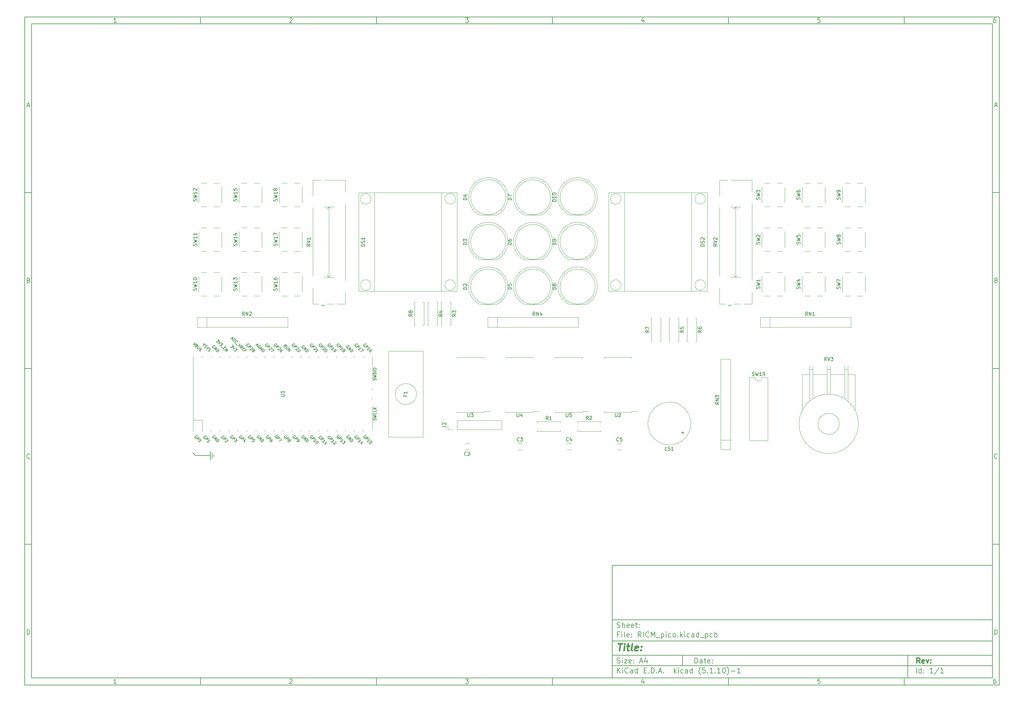
<source format=gto>
%TF.GenerationSoftware,KiCad,Pcbnew,(5.1.10)-1*%
%TF.CreationDate,2021-07-11T23:03:33-04:00*%
%TF.ProjectId,RICM_pico,5249434d-5f70-4696-936f-2e6b69636164,rev?*%
%TF.SameCoordinates,Original*%
%TF.FileFunction,Legend,Top*%
%TF.FilePolarity,Positive*%
%FSLAX46Y46*%
G04 Gerber Fmt 4.6, Leading zero omitted, Abs format (unit mm)*
G04 Created by KiCad (PCBNEW (5.1.10)-1) date 2021-07-11 23:03:33*
%MOMM*%
%LPD*%
G01*
G04 APERTURE LIST*
%ADD10C,0.100000*%
%ADD11C,0.150000*%
%ADD12C,0.300000*%
%ADD13C,0.400000*%
%ADD14C,0.120000*%
G04 APERTURE END LIST*
D10*
D11*
X177002200Y-166007200D02*
X177002200Y-198007200D01*
X285002200Y-198007200D01*
X285002200Y-166007200D01*
X177002200Y-166007200D01*
D10*
D11*
X10000000Y-10000000D02*
X10000000Y-200007200D01*
X287002200Y-200007200D01*
X287002200Y-10000000D01*
X10000000Y-10000000D01*
D10*
D11*
X12000000Y-12000000D02*
X12000000Y-198007200D01*
X285002200Y-198007200D01*
X285002200Y-12000000D01*
X12000000Y-12000000D01*
D10*
D11*
X60000000Y-12000000D02*
X60000000Y-10000000D01*
D10*
D11*
X110000000Y-12000000D02*
X110000000Y-10000000D01*
D10*
D11*
X160000000Y-12000000D02*
X160000000Y-10000000D01*
D10*
D11*
X210000000Y-12000000D02*
X210000000Y-10000000D01*
D10*
D11*
X260000000Y-12000000D02*
X260000000Y-10000000D01*
D10*
D11*
X36065476Y-11588095D02*
X35322619Y-11588095D01*
X35694047Y-11588095D02*
X35694047Y-10288095D01*
X35570238Y-10473809D01*
X35446428Y-10597619D01*
X35322619Y-10659523D01*
D10*
D11*
X85322619Y-10411904D02*
X85384523Y-10350000D01*
X85508333Y-10288095D01*
X85817857Y-10288095D01*
X85941666Y-10350000D01*
X86003571Y-10411904D01*
X86065476Y-10535714D01*
X86065476Y-10659523D01*
X86003571Y-10845238D01*
X85260714Y-11588095D01*
X86065476Y-11588095D01*
D10*
D11*
X135260714Y-10288095D02*
X136065476Y-10288095D01*
X135632142Y-10783333D01*
X135817857Y-10783333D01*
X135941666Y-10845238D01*
X136003571Y-10907142D01*
X136065476Y-11030952D01*
X136065476Y-11340476D01*
X136003571Y-11464285D01*
X135941666Y-11526190D01*
X135817857Y-11588095D01*
X135446428Y-11588095D01*
X135322619Y-11526190D01*
X135260714Y-11464285D01*
D10*
D11*
X185941666Y-10721428D02*
X185941666Y-11588095D01*
X185632142Y-10226190D02*
X185322619Y-11154761D01*
X186127380Y-11154761D01*
D10*
D11*
X236003571Y-10288095D02*
X235384523Y-10288095D01*
X235322619Y-10907142D01*
X235384523Y-10845238D01*
X235508333Y-10783333D01*
X235817857Y-10783333D01*
X235941666Y-10845238D01*
X236003571Y-10907142D01*
X236065476Y-11030952D01*
X236065476Y-11340476D01*
X236003571Y-11464285D01*
X235941666Y-11526190D01*
X235817857Y-11588095D01*
X235508333Y-11588095D01*
X235384523Y-11526190D01*
X235322619Y-11464285D01*
D10*
D11*
X285941666Y-10288095D02*
X285694047Y-10288095D01*
X285570238Y-10350000D01*
X285508333Y-10411904D01*
X285384523Y-10597619D01*
X285322619Y-10845238D01*
X285322619Y-11340476D01*
X285384523Y-11464285D01*
X285446428Y-11526190D01*
X285570238Y-11588095D01*
X285817857Y-11588095D01*
X285941666Y-11526190D01*
X286003571Y-11464285D01*
X286065476Y-11340476D01*
X286065476Y-11030952D01*
X286003571Y-10907142D01*
X285941666Y-10845238D01*
X285817857Y-10783333D01*
X285570238Y-10783333D01*
X285446428Y-10845238D01*
X285384523Y-10907142D01*
X285322619Y-11030952D01*
D10*
D11*
X60000000Y-198007200D02*
X60000000Y-200007200D01*
D10*
D11*
X110000000Y-198007200D02*
X110000000Y-200007200D01*
D10*
D11*
X160000000Y-198007200D02*
X160000000Y-200007200D01*
D10*
D11*
X210000000Y-198007200D02*
X210000000Y-200007200D01*
D10*
D11*
X260000000Y-198007200D02*
X260000000Y-200007200D01*
D10*
D11*
X36065476Y-199595295D02*
X35322619Y-199595295D01*
X35694047Y-199595295D02*
X35694047Y-198295295D01*
X35570238Y-198481009D01*
X35446428Y-198604819D01*
X35322619Y-198666723D01*
D10*
D11*
X85322619Y-198419104D02*
X85384523Y-198357200D01*
X85508333Y-198295295D01*
X85817857Y-198295295D01*
X85941666Y-198357200D01*
X86003571Y-198419104D01*
X86065476Y-198542914D01*
X86065476Y-198666723D01*
X86003571Y-198852438D01*
X85260714Y-199595295D01*
X86065476Y-199595295D01*
D10*
D11*
X135260714Y-198295295D02*
X136065476Y-198295295D01*
X135632142Y-198790533D01*
X135817857Y-198790533D01*
X135941666Y-198852438D01*
X136003571Y-198914342D01*
X136065476Y-199038152D01*
X136065476Y-199347676D01*
X136003571Y-199471485D01*
X135941666Y-199533390D01*
X135817857Y-199595295D01*
X135446428Y-199595295D01*
X135322619Y-199533390D01*
X135260714Y-199471485D01*
D10*
D11*
X185941666Y-198728628D02*
X185941666Y-199595295D01*
X185632142Y-198233390D02*
X185322619Y-199161961D01*
X186127380Y-199161961D01*
D10*
D11*
X236003571Y-198295295D02*
X235384523Y-198295295D01*
X235322619Y-198914342D01*
X235384523Y-198852438D01*
X235508333Y-198790533D01*
X235817857Y-198790533D01*
X235941666Y-198852438D01*
X236003571Y-198914342D01*
X236065476Y-199038152D01*
X236065476Y-199347676D01*
X236003571Y-199471485D01*
X235941666Y-199533390D01*
X235817857Y-199595295D01*
X235508333Y-199595295D01*
X235384523Y-199533390D01*
X235322619Y-199471485D01*
D10*
D11*
X285941666Y-198295295D02*
X285694047Y-198295295D01*
X285570238Y-198357200D01*
X285508333Y-198419104D01*
X285384523Y-198604819D01*
X285322619Y-198852438D01*
X285322619Y-199347676D01*
X285384523Y-199471485D01*
X285446428Y-199533390D01*
X285570238Y-199595295D01*
X285817857Y-199595295D01*
X285941666Y-199533390D01*
X286003571Y-199471485D01*
X286065476Y-199347676D01*
X286065476Y-199038152D01*
X286003571Y-198914342D01*
X285941666Y-198852438D01*
X285817857Y-198790533D01*
X285570238Y-198790533D01*
X285446428Y-198852438D01*
X285384523Y-198914342D01*
X285322619Y-199038152D01*
D10*
D11*
X10000000Y-60000000D02*
X12000000Y-60000000D01*
D10*
D11*
X10000000Y-110000000D02*
X12000000Y-110000000D01*
D10*
D11*
X10000000Y-160000000D02*
X12000000Y-160000000D01*
D10*
D11*
X10690476Y-35216666D02*
X11309523Y-35216666D01*
X10566666Y-35588095D02*
X11000000Y-34288095D01*
X11433333Y-35588095D01*
D10*
D11*
X11092857Y-84907142D02*
X11278571Y-84969047D01*
X11340476Y-85030952D01*
X11402380Y-85154761D01*
X11402380Y-85340476D01*
X11340476Y-85464285D01*
X11278571Y-85526190D01*
X11154761Y-85588095D01*
X10659523Y-85588095D01*
X10659523Y-84288095D01*
X11092857Y-84288095D01*
X11216666Y-84350000D01*
X11278571Y-84411904D01*
X11340476Y-84535714D01*
X11340476Y-84659523D01*
X11278571Y-84783333D01*
X11216666Y-84845238D01*
X11092857Y-84907142D01*
X10659523Y-84907142D01*
D10*
D11*
X11402380Y-135464285D02*
X11340476Y-135526190D01*
X11154761Y-135588095D01*
X11030952Y-135588095D01*
X10845238Y-135526190D01*
X10721428Y-135402380D01*
X10659523Y-135278571D01*
X10597619Y-135030952D01*
X10597619Y-134845238D01*
X10659523Y-134597619D01*
X10721428Y-134473809D01*
X10845238Y-134350000D01*
X11030952Y-134288095D01*
X11154761Y-134288095D01*
X11340476Y-134350000D01*
X11402380Y-134411904D01*
D10*
D11*
X10659523Y-185588095D02*
X10659523Y-184288095D01*
X10969047Y-184288095D01*
X11154761Y-184350000D01*
X11278571Y-184473809D01*
X11340476Y-184597619D01*
X11402380Y-184845238D01*
X11402380Y-185030952D01*
X11340476Y-185278571D01*
X11278571Y-185402380D01*
X11154761Y-185526190D01*
X10969047Y-185588095D01*
X10659523Y-185588095D01*
D10*
D11*
X287002200Y-60000000D02*
X285002200Y-60000000D01*
D10*
D11*
X287002200Y-110000000D02*
X285002200Y-110000000D01*
D10*
D11*
X287002200Y-160000000D02*
X285002200Y-160000000D01*
D10*
D11*
X285692676Y-35216666D02*
X286311723Y-35216666D01*
X285568866Y-35588095D02*
X286002200Y-34288095D01*
X286435533Y-35588095D01*
D10*
D11*
X286095057Y-84907142D02*
X286280771Y-84969047D01*
X286342676Y-85030952D01*
X286404580Y-85154761D01*
X286404580Y-85340476D01*
X286342676Y-85464285D01*
X286280771Y-85526190D01*
X286156961Y-85588095D01*
X285661723Y-85588095D01*
X285661723Y-84288095D01*
X286095057Y-84288095D01*
X286218866Y-84350000D01*
X286280771Y-84411904D01*
X286342676Y-84535714D01*
X286342676Y-84659523D01*
X286280771Y-84783333D01*
X286218866Y-84845238D01*
X286095057Y-84907142D01*
X285661723Y-84907142D01*
D10*
D11*
X286404580Y-135464285D02*
X286342676Y-135526190D01*
X286156961Y-135588095D01*
X286033152Y-135588095D01*
X285847438Y-135526190D01*
X285723628Y-135402380D01*
X285661723Y-135278571D01*
X285599819Y-135030952D01*
X285599819Y-134845238D01*
X285661723Y-134597619D01*
X285723628Y-134473809D01*
X285847438Y-134350000D01*
X286033152Y-134288095D01*
X286156961Y-134288095D01*
X286342676Y-134350000D01*
X286404580Y-134411904D01*
D10*
D11*
X285661723Y-185588095D02*
X285661723Y-184288095D01*
X285971247Y-184288095D01*
X286156961Y-184350000D01*
X286280771Y-184473809D01*
X286342676Y-184597619D01*
X286404580Y-184845238D01*
X286404580Y-185030952D01*
X286342676Y-185278571D01*
X286280771Y-185402380D01*
X286156961Y-185526190D01*
X285971247Y-185588095D01*
X285661723Y-185588095D01*
D10*
D11*
X200434342Y-193785771D02*
X200434342Y-192285771D01*
X200791485Y-192285771D01*
X201005771Y-192357200D01*
X201148628Y-192500057D01*
X201220057Y-192642914D01*
X201291485Y-192928628D01*
X201291485Y-193142914D01*
X201220057Y-193428628D01*
X201148628Y-193571485D01*
X201005771Y-193714342D01*
X200791485Y-193785771D01*
X200434342Y-193785771D01*
X202577200Y-193785771D02*
X202577200Y-193000057D01*
X202505771Y-192857200D01*
X202362914Y-192785771D01*
X202077200Y-192785771D01*
X201934342Y-192857200D01*
X202577200Y-193714342D02*
X202434342Y-193785771D01*
X202077200Y-193785771D01*
X201934342Y-193714342D01*
X201862914Y-193571485D01*
X201862914Y-193428628D01*
X201934342Y-193285771D01*
X202077200Y-193214342D01*
X202434342Y-193214342D01*
X202577200Y-193142914D01*
X203077200Y-192785771D02*
X203648628Y-192785771D01*
X203291485Y-192285771D02*
X203291485Y-193571485D01*
X203362914Y-193714342D01*
X203505771Y-193785771D01*
X203648628Y-193785771D01*
X204720057Y-193714342D02*
X204577200Y-193785771D01*
X204291485Y-193785771D01*
X204148628Y-193714342D01*
X204077200Y-193571485D01*
X204077200Y-193000057D01*
X204148628Y-192857200D01*
X204291485Y-192785771D01*
X204577200Y-192785771D01*
X204720057Y-192857200D01*
X204791485Y-193000057D01*
X204791485Y-193142914D01*
X204077200Y-193285771D01*
X205434342Y-193642914D02*
X205505771Y-193714342D01*
X205434342Y-193785771D01*
X205362914Y-193714342D01*
X205434342Y-193642914D01*
X205434342Y-193785771D01*
X205434342Y-192857200D02*
X205505771Y-192928628D01*
X205434342Y-193000057D01*
X205362914Y-192928628D01*
X205434342Y-192857200D01*
X205434342Y-193000057D01*
D10*
D11*
X177002200Y-194507200D02*
X285002200Y-194507200D01*
D10*
D11*
X178434342Y-196585771D02*
X178434342Y-195085771D01*
X179291485Y-196585771D02*
X178648628Y-195728628D01*
X179291485Y-195085771D02*
X178434342Y-195942914D01*
X179934342Y-196585771D02*
X179934342Y-195585771D01*
X179934342Y-195085771D02*
X179862914Y-195157200D01*
X179934342Y-195228628D01*
X180005771Y-195157200D01*
X179934342Y-195085771D01*
X179934342Y-195228628D01*
X181505771Y-196442914D02*
X181434342Y-196514342D01*
X181220057Y-196585771D01*
X181077200Y-196585771D01*
X180862914Y-196514342D01*
X180720057Y-196371485D01*
X180648628Y-196228628D01*
X180577200Y-195942914D01*
X180577200Y-195728628D01*
X180648628Y-195442914D01*
X180720057Y-195300057D01*
X180862914Y-195157200D01*
X181077200Y-195085771D01*
X181220057Y-195085771D01*
X181434342Y-195157200D01*
X181505771Y-195228628D01*
X182791485Y-196585771D02*
X182791485Y-195800057D01*
X182720057Y-195657200D01*
X182577200Y-195585771D01*
X182291485Y-195585771D01*
X182148628Y-195657200D01*
X182791485Y-196514342D02*
X182648628Y-196585771D01*
X182291485Y-196585771D01*
X182148628Y-196514342D01*
X182077200Y-196371485D01*
X182077200Y-196228628D01*
X182148628Y-196085771D01*
X182291485Y-196014342D01*
X182648628Y-196014342D01*
X182791485Y-195942914D01*
X184148628Y-196585771D02*
X184148628Y-195085771D01*
X184148628Y-196514342D02*
X184005771Y-196585771D01*
X183720057Y-196585771D01*
X183577200Y-196514342D01*
X183505771Y-196442914D01*
X183434342Y-196300057D01*
X183434342Y-195871485D01*
X183505771Y-195728628D01*
X183577200Y-195657200D01*
X183720057Y-195585771D01*
X184005771Y-195585771D01*
X184148628Y-195657200D01*
X186005771Y-195800057D02*
X186505771Y-195800057D01*
X186720057Y-196585771D02*
X186005771Y-196585771D01*
X186005771Y-195085771D01*
X186720057Y-195085771D01*
X187362914Y-196442914D02*
X187434342Y-196514342D01*
X187362914Y-196585771D01*
X187291485Y-196514342D01*
X187362914Y-196442914D01*
X187362914Y-196585771D01*
X188077200Y-196585771D02*
X188077200Y-195085771D01*
X188434342Y-195085771D01*
X188648628Y-195157200D01*
X188791485Y-195300057D01*
X188862914Y-195442914D01*
X188934342Y-195728628D01*
X188934342Y-195942914D01*
X188862914Y-196228628D01*
X188791485Y-196371485D01*
X188648628Y-196514342D01*
X188434342Y-196585771D01*
X188077200Y-196585771D01*
X189577200Y-196442914D02*
X189648628Y-196514342D01*
X189577200Y-196585771D01*
X189505771Y-196514342D01*
X189577200Y-196442914D01*
X189577200Y-196585771D01*
X190220057Y-196157200D02*
X190934342Y-196157200D01*
X190077200Y-196585771D02*
X190577200Y-195085771D01*
X191077200Y-196585771D01*
X191577200Y-196442914D02*
X191648628Y-196514342D01*
X191577200Y-196585771D01*
X191505771Y-196514342D01*
X191577200Y-196442914D01*
X191577200Y-196585771D01*
X194577200Y-196585771D02*
X194577200Y-195085771D01*
X194720057Y-196014342D02*
X195148628Y-196585771D01*
X195148628Y-195585771D02*
X194577200Y-196157200D01*
X195791485Y-196585771D02*
X195791485Y-195585771D01*
X195791485Y-195085771D02*
X195720057Y-195157200D01*
X195791485Y-195228628D01*
X195862914Y-195157200D01*
X195791485Y-195085771D01*
X195791485Y-195228628D01*
X197148628Y-196514342D02*
X197005771Y-196585771D01*
X196720057Y-196585771D01*
X196577200Y-196514342D01*
X196505771Y-196442914D01*
X196434342Y-196300057D01*
X196434342Y-195871485D01*
X196505771Y-195728628D01*
X196577200Y-195657200D01*
X196720057Y-195585771D01*
X197005771Y-195585771D01*
X197148628Y-195657200D01*
X198434342Y-196585771D02*
X198434342Y-195800057D01*
X198362914Y-195657200D01*
X198220057Y-195585771D01*
X197934342Y-195585771D01*
X197791485Y-195657200D01*
X198434342Y-196514342D02*
X198291485Y-196585771D01*
X197934342Y-196585771D01*
X197791485Y-196514342D01*
X197720057Y-196371485D01*
X197720057Y-196228628D01*
X197791485Y-196085771D01*
X197934342Y-196014342D01*
X198291485Y-196014342D01*
X198434342Y-195942914D01*
X199791485Y-196585771D02*
X199791485Y-195085771D01*
X199791485Y-196514342D02*
X199648628Y-196585771D01*
X199362914Y-196585771D01*
X199220057Y-196514342D01*
X199148628Y-196442914D01*
X199077200Y-196300057D01*
X199077200Y-195871485D01*
X199148628Y-195728628D01*
X199220057Y-195657200D01*
X199362914Y-195585771D01*
X199648628Y-195585771D01*
X199791485Y-195657200D01*
X202077200Y-197157200D02*
X202005771Y-197085771D01*
X201862914Y-196871485D01*
X201791485Y-196728628D01*
X201720057Y-196514342D01*
X201648628Y-196157200D01*
X201648628Y-195871485D01*
X201720057Y-195514342D01*
X201791485Y-195300057D01*
X201862914Y-195157200D01*
X202005771Y-194942914D01*
X202077200Y-194871485D01*
X203362914Y-195085771D02*
X202648628Y-195085771D01*
X202577200Y-195800057D01*
X202648628Y-195728628D01*
X202791485Y-195657200D01*
X203148628Y-195657200D01*
X203291485Y-195728628D01*
X203362914Y-195800057D01*
X203434342Y-195942914D01*
X203434342Y-196300057D01*
X203362914Y-196442914D01*
X203291485Y-196514342D01*
X203148628Y-196585771D01*
X202791485Y-196585771D01*
X202648628Y-196514342D01*
X202577200Y-196442914D01*
X204077200Y-196442914D02*
X204148628Y-196514342D01*
X204077200Y-196585771D01*
X204005771Y-196514342D01*
X204077200Y-196442914D01*
X204077200Y-196585771D01*
X205577200Y-196585771D02*
X204720057Y-196585771D01*
X205148628Y-196585771D02*
X205148628Y-195085771D01*
X205005771Y-195300057D01*
X204862914Y-195442914D01*
X204720057Y-195514342D01*
X206220057Y-196442914D02*
X206291485Y-196514342D01*
X206220057Y-196585771D01*
X206148628Y-196514342D01*
X206220057Y-196442914D01*
X206220057Y-196585771D01*
X207720057Y-196585771D02*
X206862914Y-196585771D01*
X207291485Y-196585771D02*
X207291485Y-195085771D01*
X207148628Y-195300057D01*
X207005771Y-195442914D01*
X206862914Y-195514342D01*
X208648628Y-195085771D02*
X208791485Y-195085771D01*
X208934342Y-195157200D01*
X209005771Y-195228628D01*
X209077200Y-195371485D01*
X209148628Y-195657200D01*
X209148628Y-196014342D01*
X209077200Y-196300057D01*
X209005771Y-196442914D01*
X208934342Y-196514342D01*
X208791485Y-196585771D01*
X208648628Y-196585771D01*
X208505771Y-196514342D01*
X208434342Y-196442914D01*
X208362914Y-196300057D01*
X208291485Y-196014342D01*
X208291485Y-195657200D01*
X208362914Y-195371485D01*
X208434342Y-195228628D01*
X208505771Y-195157200D01*
X208648628Y-195085771D01*
X209648628Y-197157200D02*
X209720057Y-197085771D01*
X209862914Y-196871485D01*
X209934342Y-196728628D01*
X210005771Y-196514342D01*
X210077200Y-196157200D01*
X210077200Y-195871485D01*
X210005771Y-195514342D01*
X209934342Y-195300057D01*
X209862914Y-195157200D01*
X209720057Y-194942914D01*
X209648628Y-194871485D01*
X210791485Y-196014342D02*
X211934342Y-196014342D01*
X213434342Y-196585771D02*
X212577200Y-196585771D01*
X213005771Y-196585771D02*
X213005771Y-195085771D01*
X212862914Y-195300057D01*
X212720057Y-195442914D01*
X212577200Y-195514342D01*
D10*
D11*
X177002200Y-191507200D02*
X285002200Y-191507200D01*
D10*
D12*
X264411485Y-193785771D02*
X263911485Y-193071485D01*
X263554342Y-193785771D02*
X263554342Y-192285771D01*
X264125771Y-192285771D01*
X264268628Y-192357200D01*
X264340057Y-192428628D01*
X264411485Y-192571485D01*
X264411485Y-192785771D01*
X264340057Y-192928628D01*
X264268628Y-193000057D01*
X264125771Y-193071485D01*
X263554342Y-193071485D01*
X265625771Y-193714342D02*
X265482914Y-193785771D01*
X265197200Y-193785771D01*
X265054342Y-193714342D01*
X264982914Y-193571485D01*
X264982914Y-193000057D01*
X265054342Y-192857200D01*
X265197200Y-192785771D01*
X265482914Y-192785771D01*
X265625771Y-192857200D01*
X265697200Y-193000057D01*
X265697200Y-193142914D01*
X264982914Y-193285771D01*
X266197200Y-192785771D02*
X266554342Y-193785771D01*
X266911485Y-192785771D01*
X267482914Y-193642914D02*
X267554342Y-193714342D01*
X267482914Y-193785771D01*
X267411485Y-193714342D01*
X267482914Y-193642914D01*
X267482914Y-193785771D01*
X267482914Y-192857200D02*
X267554342Y-192928628D01*
X267482914Y-193000057D01*
X267411485Y-192928628D01*
X267482914Y-192857200D01*
X267482914Y-193000057D01*
D10*
D11*
X178362914Y-193714342D02*
X178577200Y-193785771D01*
X178934342Y-193785771D01*
X179077200Y-193714342D01*
X179148628Y-193642914D01*
X179220057Y-193500057D01*
X179220057Y-193357200D01*
X179148628Y-193214342D01*
X179077200Y-193142914D01*
X178934342Y-193071485D01*
X178648628Y-193000057D01*
X178505771Y-192928628D01*
X178434342Y-192857200D01*
X178362914Y-192714342D01*
X178362914Y-192571485D01*
X178434342Y-192428628D01*
X178505771Y-192357200D01*
X178648628Y-192285771D01*
X179005771Y-192285771D01*
X179220057Y-192357200D01*
X179862914Y-193785771D02*
X179862914Y-192785771D01*
X179862914Y-192285771D02*
X179791485Y-192357200D01*
X179862914Y-192428628D01*
X179934342Y-192357200D01*
X179862914Y-192285771D01*
X179862914Y-192428628D01*
X180434342Y-192785771D02*
X181220057Y-192785771D01*
X180434342Y-193785771D01*
X181220057Y-193785771D01*
X182362914Y-193714342D02*
X182220057Y-193785771D01*
X181934342Y-193785771D01*
X181791485Y-193714342D01*
X181720057Y-193571485D01*
X181720057Y-193000057D01*
X181791485Y-192857200D01*
X181934342Y-192785771D01*
X182220057Y-192785771D01*
X182362914Y-192857200D01*
X182434342Y-193000057D01*
X182434342Y-193142914D01*
X181720057Y-193285771D01*
X183077200Y-193642914D02*
X183148628Y-193714342D01*
X183077200Y-193785771D01*
X183005771Y-193714342D01*
X183077200Y-193642914D01*
X183077200Y-193785771D01*
X183077200Y-192857200D02*
X183148628Y-192928628D01*
X183077200Y-193000057D01*
X183005771Y-192928628D01*
X183077200Y-192857200D01*
X183077200Y-193000057D01*
X184862914Y-193357200D02*
X185577200Y-193357200D01*
X184720057Y-193785771D02*
X185220057Y-192285771D01*
X185720057Y-193785771D01*
X186862914Y-192785771D02*
X186862914Y-193785771D01*
X186505771Y-192214342D02*
X186148628Y-193285771D01*
X187077200Y-193285771D01*
D10*
D11*
X263434342Y-196585771D02*
X263434342Y-195085771D01*
X264791485Y-196585771D02*
X264791485Y-195085771D01*
X264791485Y-196514342D02*
X264648628Y-196585771D01*
X264362914Y-196585771D01*
X264220057Y-196514342D01*
X264148628Y-196442914D01*
X264077200Y-196300057D01*
X264077200Y-195871485D01*
X264148628Y-195728628D01*
X264220057Y-195657200D01*
X264362914Y-195585771D01*
X264648628Y-195585771D01*
X264791485Y-195657200D01*
X265505771Y-196442914D02*
X265577200Y-196514342D01*
X265505771Y-196585771D01*
X265434342Y-196514342D01*
X265505771Y-196442914D01*
X265505771Y-196585771D01*
X265505771Y-195657200D02*
X265577200Y-195728628D01*
X265505771Y-195800057D01*
X265434342Y-195728628D01*
X265505771Y-195657200D01*
X265505771Y-195800057D01*
X268148628Y-196585771D02*
X267291485Y-196585771D01*
X267720057Y-196585771D02*
X267720057Y-195085771D01*
X267577200Y-195300057D01*
X267434342Y-195442914D01*
X267291485Y-195514342D01*
X269862914Y-195014342D02*
X268577200Y-196942914D01*
X271148628Y-196585771D02*
X270291485Y-196585771D01*
X270720057Y-196585771D02*
X270720057Y-195085771D01*
X270577200Y-195300057D01*
X270434342Y-195442914D01*
X270291485Y-195514342D01*
D10*
D11*
X177002200Y-187507200D02*
X285002200Y-187507200D01*
D10*
D13*
X178714580Y-188211961D02*
X179857438Y-188211961D01*
X179036009Y-190211961D02*
X179286009Y-188211961D01*
X180274104Y-190211961D02*
X180440771Y-188878628D01*
X180524104Y-188211961D02*
X180416961Y-188307200D01*
X180500295Y-188402438D01*
X180607438Y-188307200D01*
X180524104Y-188211961D01*
X180500295Y-188402438D01*
X181107438Y-188878628D02*
X181869342Y-188878628D01*
X181476485Y-188211961D02*
X181262200Y-189926247D01*
X181333628Y-190116723D01*
X181512200Y-190211961D01*
X181702676Y-190211961D01*
X182655057Y-190211961D02*
X182476485Y-190116723D01*
X182405057Y-189926247D01*
X182619342Y-188211961D01*
X184190771Y-190116723D02*
X183988390Y-190211961D01*
X183607438Y-190211961D01*
X183428866Y-190116723D01*
X183357438Y-189926247D01*
X183452676Y-189164342D01*
X183571723Y-188973866D01*
X183774104Y-188878628D01*
X184155057Y-188878628D01*
X184333628Y-188973866D01*
X184405057Y-189164342D01*
X184381247Y-189354819D01*
X183405057Y-189545295D01*
X185155057Y-190021485D02*
X185238390Y-190116723D01*
X185131247Y-190211961D01*
X185047914Y-190116723D01*
X185155057Y-190021485D01*
X185131247Y-190211961D01*
X185286009Y-188973866D02*
X185369342Y-189069104D01*
X185262200Y-189164342D01*
X185178866Y-189069104D01*
X185286009Y-188973866D01*
X185262200Y-189164342D01*
D10*
D11*
X178934342Y-185600057D02*
X178434342Y-185600057D01*
X178434342Y-186385771D02*
X178434342Y-184885771D01*
X179148628Y-184885771D01*
X179720057Y-186385771D02*
X179720057Y-185385771D01*
X179720057Y-184885771D02*
X179648628Y-184957200D01*
X179720057Y-185028628D01*
X179791485Y-184957200D01*
X179720057Y-184885771D01*
X179720057Y-185028628D01*
X180648628Y-186385771D02*
X180505771Y-186314342D01*
X180434342Y-186171485D01*
X180434342Y-184885771D01*
X181791485Y-186314342D02*
X181648628Y-186385771D01*
X181362914Y-186385771D01*
X181220057Y-186314342D01*
X181148628Y-186171485D01*
X181148628Y-185600057D01*
X181220057Y-185457200D01*
X181362914Y-185385771D01*
X181648628Y-185385771D01*
X181791485Y-185457200D01*
X181862914Y-185600057D01*
X181862914Y-185742914D01*
X181148628Y-185885771D01*
X182505771Y-186242914D02*
X182577200Y-186314342D01*
X182505771Y-186385771D01*
X182434342Y-186314342D01*
X182505771Y-186242914D01*
X182505771Y-186385771D01*
X182505771Y-185457200D02*
X182577200Y-185528628D01*
X182505771Y-185600057D01*
X182434342Y-185528628D01*
X182505771Y-185457200D01*
X182505771Y-185600057D01*
X185220057Y-186385771D02*
X184720057Y-185671485D01*
X184362914Y-186385771D02*
X184362914Y-184885771D01*
X184934342Y-184885771D01*
X185077200Y-184957200D01*
X185148628Y-185028628D01*
X185220057Y-185171485D01*
X185220057Y-185385771D01*
X185148628Y-185528628D01*
X185077200Y-185600057D01*
X184934342Y-185671485D01*
X184362914Y-185671485D01*
X185862914Y-186385771D02*
X185862914Y-184885771D01*
X187434342Y-186242914D02*
X187362914Y-186314342D01*
X187148628Y-186385771D01*
X187005771Y-186385771D01*
X186791485Y-186314342D01*
X186648628Y-186171485D01*
X186577200Y-186028628D01*
X186505771Y-185742914D01*
X186505771Y-185528628D01*
X186577200Y-185242914D01*
X186648628Y-185100057D01*
X186791485Y-184957200D01*
X187005771Y-184885771D01*
X187148628Y-184885771D01*
X187362914Y-184957200D01*
X187434342Y-185028628D01*
X188077200Y-186385771D02*
X188077200Y-184885771D01*
X188577200Y-185957200D01*
X189077200Y-184885771D01*
X189077200Y-186385771D01*
X189434342Y-186528628D02*
X190577200Y-186528628D01*
X190934342Y-185385771D02*
X190934342Y-186885771D01*
X190934342Y-185457200D02*
X191077200Y-185385771D01*
X191362914Y-185385771D01*
X191505771Y-185457200D01*
X191577200Y-185528628D01*
X191648628Y-185671485D01*
X191648628Y-186100057D01*
X191577200Y-186242914D01*
X191505771Y-186314342D01*
X191362914Y-186385771D01*
X191077200Y-186385771D01*
X190934342Y-186314342D01*
X192291485Y-186385771D02*
X192291485Y-185385771D01*
X192291485Y-184885771D02*
X192220057Y-184957200D01*
X192291485Y-185028628D01*
X192362914Y-184957200D01*
X192291485Y-184885771D01*
X192291485Y-185028628D01*
X193648628Y-186314342D02*
X193505771Y-186385771D01*
X193220057Y-186385771D01*
X193077200Y-186314342D01*
X193005771Y-186242914D01*
X192934342Y-186100057D01*
X192934342Y-185671485D01*
X193005771Y-185528628D01*
X193077200Y-185457200D01*
X193220057Y-185385771D01*
X193505771Y-185385771D01*
X193648628Y-185457200D01*
X194505771Y-186385771D02*
X194362914Y-186314342D01*
X194291485Y-186242914D01*
X194220057Y-186100057D01*
X194220057Y-185671485D01*
X194291485Y-185528628D01*
X194362914Y-185457200D01*
X194505771Y-185385771D01*
X194720057Y-185385771D01*
X194862914Y-185457200D01*
X194934342Y-185528628D01*
X195005771Y-185671485D01*
X195005771Y-186100057D01*
X194934342Y-186242914D01*
X194862914Y-186314342D01*
X194720057Y-186385771D01*
X194505771Y-186385771D01*
X195648628Y-186242914D02*
X195720057Y-186314342D01*
X195648628Y-186385771D01*
X195577200Y-186314342D01*
X195648628Y-186242914D01*
X195648628Y-186385771D01*
X196362914Y-186385771D02*
X196362914Y-184885771D01*
X196505771Y-185814342D02*
X196934342Y-186385771D01*
X196934342Y-185385771D02*
X196362914Y-185957200D01*
X197577200Y-186385771D02*
X197577200Y-185385771D01*
X197577200Y-184885771D02*
X197505771Y-184957200D01*
X197577200Y-185028628D01*
X197648628Y-184957200D01*
X197577200Y-184885771D01*
X197577200Y-185028628D01*
X198934342Y-186314342D02*
X198791485Y-186385771D01*
X198505771Y-186385771D01*
X198362914Y-186314342D01*
X198291485Y-186242914D01*
X198220057Y-186100057D01*
X198220057Y-185671485D01*
X198291485Y-185528628D01*
X198362914Y-185457200D01*
X198505771Y-185385771D01*
X198791485Y-185385771D01*
X198934342Y-185457200D01*
X200220057Y-186385771D02*
X200220057Y-185600057D01*
X200148628Y-185457200D01*
X200005771Y-185385771D01*
X199720057Y-185385771D01*
X199577200Y-185457200D01*
X200220057Y-186314342D02*
X200077200Y-186385771D01*
X199720057Y-186385771D01*
X199577200Y-186314342D01*
X199505771Y-186171485D01*
X199505771Y-186028628D01*
X199577200Y-185885771D01*
X199720057Y-185814342D01*
X200077200Y-185814342D01*
X200220057Y-185742914D01*
X201577200Y-186385771D02*
X201577200Y-184885771D01*
X201577200Y-186314342D02*
X201434342Y-186385771D01*
X201148628Y-186385771D01*
X201005771Y-186314342D01*
X200934342Y-186242914D01*
X200862914Y-186100057D01*
X200862914Y-185671485D01*
X200934342Y-185528628D01*
X201005771Y-185457200D01*
X201148628Y-185385771D01*
X201434342Y-185385771D01*
X201577200Y-185457200D01*
X201934342Y-186528628D02*
X203077200Y-186528628D01*
X203434342Y-185385771D02*
X203434342Y-186885771D01*
X203434342Y-185457200D02*
X203577200Y-185385771D01*
X203862914Y-185385771D01*
X204005771Y-185457200D01*
X204077200Y-185528628D01*
X204148628Y-185671485D01*
X204148628Y-186100057D01*
X204077200Y-186242914D01*
X204005771Y-186314342D01*
X203862914Y-186385771D01*
X203577200Y-186385771D01*
X203434342Y-186314342D01*
X205434342Y-186314342D02*
X205291485Y-186385771D01*
X205005771Y-186385771D01*
X204862914Y-186314342D01*
X204791485Y-186242914D01*
X204720057Y-186100057D01*
X204720057Y-185671485D01*
X204791485Y-185528628D01*
X204862914Y-185457200D01*
X205005771Y-185385771D01*
X205291485Y-185385771D01*
X205434342Y-185457200D01*
X206077200Y-186385771D02*
X206077200Y-184885771D01*
X206077200Y-185457200D02*
X206220057Y-185385771D01*
X206505771Y-185385771D01*
X206648628Y-185457200D01*
X206720057Y-185528628D01*
X206791485Y-185671485D01*
X206791485Y-186100057D01*
X206720057Y-186242914D01*
X206648628Y-186314342D01*
X206505771Y-186385771D01*
X206220057Y-186385771D01*
X206077200Y-186314342D01*
D10*
D11*
X177002200Y-181507200D02*
X285002200Y-181507200D01*
D10*
D11*
X178362914Y-183614342D02*
X178577200Y-183685771D01*
X178934342Y-183685771D01*
X179077200Y-183614342D01*
X179148628Y-183542914D01*
X179220057Y-183400057D01*
X179220057Y-183257200D01*
X179148628Y-183114342D01*
X179077200Y-183042914D01*
X178934342Y-182971485D01*
X178648628Y-182900057D01*
X178505771Y-182828628D01*
X178434342Y-182757200D01*
X178362914Y-182614342D01*
X178362914Y-182471485D01*
X178434342Y-182328628D01*
X178505771Y-182257200D01*
X178648628Y-182185771D01*
X179005771Y-182185771D01*
X179220057Y-182257200D01*
X179862914Y-183685771D02*
X179862914Y-182185771D01*
X180505771Y-183685771D02*
X180505771Y-182900057D01*
X180434342Y-182757200D01*
X180291485Y-182685771D01*
X180077200Y-182685771D01*
X179934342Y-182757200D01*
X179862914Y-182828628D01*
X181791485Y-183614342D02*
X181648628Y-183685771D01*
X181362914Y-183685771D01*
X181220057Y-183614342D01*
X181148628Y-183471485D01*
X181148628Y-182900057D01*
X181220057Y-182757200D01*
X181362914Y-182685771D01*
X181648628Y-182685771D01*
X181791485Y-182757200D01*
X181862914Y-182900057D01*
X181862914Y-183042914D01*
X181148628Y-183185771D01*
X183077200Y-183614342D02*
X182934342Y-183685771D01*
X182648628Y-183685771D01*
X182505771Y-183614342D01*
X182434342Y-183471485D01*
X182434342Y-182900057D01*
X182505771Y-182757200D01*
X182648628Y-182685771D01*
X182934342Y-182685771D01*
X183077200Y-182757200D01*
X183148628Y-182900057D01*
X183148628Y-183042914D01*
X182434342Y-183185771D01*
X183577200Y-182685771D02*
X184148628Y-182685771D01*
X183791485Y-182185771D02*
X183791485Y-183471485D01*
X183862914Y-183614342D01*
X184005771Y-183685771D01*
X184148628Y-183685771D01*
X184648628Y-183542914D02*
X184720057Y-183614342D01*
X184648628Y-183685771D01*
X184577200Y-183614342D01*
X184648628Y-183542914D01*
X184648628Y-183685771D01*
X184648628Y-182757200D02*
X184720057Y-182828628D01*
X184648628Y-182900057D01*
X184577200Y-182828628D01*
X184648628Y-182757200D01*
X184648628Y-182900057D01*
D10*
D11*
X197002200Y-191507200D02*
X197002200Y-194507200D01*
D10*
D11*
X261002200Y-191507200D02*
X261002200Y-198007200D01*
X58496000Y-134728000D02*
X57746000Y-133978000D01*
X59246000Y-134728000D02*
X58496000Y-134728000D01*
X63746000Y-134478000D02*
X63746000Y-134978000D01*
X63246000Y-133978000D02*
X63246000Y-135478000D01*
X62746000Y-133478000D02*
X62746000Y-135978000D01*
X59246000Y-134728000D02*
X62746000Y-134728000D01*
D14*
%TO.C,RV3*%
X246946000Y-125728000D02*
G75*
G03*
X246946000Y-125728000I-8450000J0D01*
G01*
X237996000Y-110228000D02*
X238996000Y-110228000D01*
X238996000Y-110228000D02*
X238996000Y-117228000D01*
X237996000Y-117228000D02*
X237996000Y-110228000D01*
X238996000Y-110228000D02*
X238996000Y-109228000D01*
X237996000Y-110228000D02*
X237996000Y-109228000D01*
X233996000Y-110228000D02*
X232996000Y-110228000D01*
X232996000Y-110228000D02*
X232996000Y-109228000D01*
X233996000Y-110228000D02*
X233996000Y-109228000D01*
X233996000Y-110228000D02*
X233996000Y-118528000D01*
X232996000Y-110228000D02*
X232996000Y-119278000D01*
X243996000Y-110228000D02*
X242996000Y-110228000D01*
X242996000Y-110228000D02*
X242996000Y-109228000D01*
X243996000Y-110228000D02*
X243996000Y-109228000D01*
X242996000Y-110228000D02*
X242996000Y-118228000D01*
X243996000Y-110228000D02*
X243996000Y-118728000D01*
X243996000Y-118728000D02*
X243996000Y-119278000D01*
X242996000Y-118228000D02*
X242996000Y-118578000D01*
X232996000Y-111728000D02*
X230996000Y-111728000D01*
X230996000Y-111728000D02*
X230996000Y-121728000D01*
X233996000Y-111728000D02*
X237996000Y-111728000D01*
X238996000Y-111728000D02*
X242996000Y-111728000D01*
X243996000Y-111728000D02*
X245996000Y-111728000D01*
X245996000Y-111728000D02*
X245996000Y-121728000D01*
X241496000Y-125728000D02*
G75*
G03*
X241496000Y-125728000I-3000000J0D01*
G01*
%TO.C,F1*%
X123239000Y-105006000D02*
X123239000Y-129506000D01*
X123239000Y-129506000D02*
X113439000Y-129506000D01*
X113439000Y-129506000D02*
X113439000Y-105006000D01*
X113439000Y-105006000D02*
X123239000Y-105006000D01*
X121339000Y-117256000D02*
G75*
G03*
X121339000Y-117256000I-3000000J0D01*
G01*
%TO.C,C5*%
X178367000Y-131308000D02*
X179625000Y-131308000D01*
X178367000Y-133148000D02*
X179625000Y-133148000D01*
%TO.C,C4*%
X164117000Y-131308000D02*
X165375000Y-131308000D01*
X164117000Y-133148000D02*
X165375000Y-133148000D01*
%TO.C,C3*%
X150117000Y-131308000D02*
X151375000Y-131308000D01*
X150117000Y-133148000D02*
X151375000Y-133148000D01*
%TO.C,C2*%
X136375000Y-133148000D02*
X135117000Y-133148000D01*
X136375000Y-131308000D02*
X135117000Y-131308000D01*
%TO.C,D3*%
X139370000Y-79058000D02*
X144122000Y-79058000D01*
X146746000Y-73998000D02*
G75*
G03*
X146746000Y-73998000I-5000000J0D01*
G01*
X141741259Y-68408002D02*
G75*
G03*
X139370184Y-79058000I4741J-5589998D01*
G01*
X141750741Y-68408002D02*
G75*
G02*
X144121816Y-79058000I-4741J-5589998D01*
G01*
%TO.C,R6*%
X198196000Y-102238000D02*
X198526000Y-102238000D01*
X198196000Y-95698000D02*
X198196000Y-102238000D01*
X198526000Y-95698000D02*
X198196000Y-95698000D01*
X200936000Y-102238000D02*
X200606000Y-102238000D01*
X200936000Y-95698000D02*
X200936000Y-102238000D01*
X200606000Y-95698000D02*
X200936000Y-95698000D01*
%TO.C,R8*%
X123466000Y-91088000D02*
X123136000Y-91088000D01*
X123466000Y-97628000D02*
X123466000Y-91088000D01*
X123136000Y-97628000D02*
X123466000Y-97628000D01*
X120726000Y-91088000D02*
X121056000Y-91088000D01*
X120726000Y-97628000D02*
X120726000Y-91088000D01*
X121056000Y-97628000D02*
X120726000Y-97628000D01*
%TO.C,RN4*%
X144286000Y-95458000D02*
X144286000Y-98258000D01*
X167316000Y-95458000D02*
X141576000Y-95458000D01*
X167316000Y-98258000D02*
X167316000Y-95458000D01*
X141576000Y-98258000D02*
X167316000Y-98258000D01*
X141576000Y-95458000D02*
X141576000Y-98258000D01*
%TO.C,U5*%
X168466000Y-122183000D02*
X170281000Y-122183000D01*
X168466000Y-122448000D02*
X168466000Y-122183000D01*
X164606000Y-122448000D02*
X168466000Y-122448000D01*
X160746000Y-122448000D02*
X160746000Y-122183000D01*
X164606000Y-122448000D02*
X160746000Y-122448000D01*
X168466000Y-106828000D02*
X168466000Y-107093000D01*
X164606000Y-106828000D02*
X168466000Y-106828000D01*
X160746000Y-106828000D02*
X160746000Y-107093000D01*
X164606000Y-106828000D02*
X160746000Y-106828000D01*
%TO.C,U4*%
X154496000Y-122183000D02*
X156311000Y-122183000D01*
X154496000Y-122448000D02*
X154496000Y-122183000D01*
X150636000Y-122448000D02*
X154496000Y-122448000D01*
X146776000Y-122448000D02*
X146776000Y-122183000D01*
X150636000Y-122448000D02*
X146776000Y-122448000D01*
X154496000Y-106828000D02*
X154496000Y-107093000D01*
X150636000Y-106828000D02*
X154496000Y-106828000D01*
X146776000Y-106828000D02*
X146776000Y-107093000D01*
X150636000Y-106828000D02*
X146776000Y-106828000D01*
%TO.C,LS1*%
X199306000Y-125638000D02*
G75*
G03*
X199306000Y-125638000I-6100000J0D01*
G01*
%TO.C,DS2*%
X180476000Y-87998000D02*
X180476000Y-59998000D01*
X203976000Y-59998000D02*
X203976000Y-73998000D01*
X175976000Y-59998000D02*
X203976000Y-59998000D01*
X175976000Y-87998000D02*
X175976000Y-59998000D01*
X203976000Y-87998000D02*
X175976000Y-87998000D01*
X203976000Y-73998000D02*
X203976000Y-87998000D01*
X179476000Y-61748000D02*
G75*
G03*
X179476000Y-61748000I-1500000J0D01*
G01*
X179476000Y-86248000D02*
G75*
G03*
X179476000Y-86248000I-1500000J0D01*
G01*
X203476000Y-86248000D02*
G75*
G03*
X203476000Y-86248000I-1500000J0D01*
G01*
X203476000Y-61748000D02*
G75*
G03*
X203476000Y-61748000I-1500000J0D01*
G01*
X199476000Y-59998000D02*
X199476000Y-87998000D01*
%TO.C,DS1*%
X128416000Y-59998000D02*
X128416000Y-87998000D01*
X104916000Y-87998000D02*
X104916000Y-73998000D01*
X132916000Y-87998000D02*
X104916000Y-87998000D01*
X132916000Y-59998000D02*
X132916000Y-87998000D01*
X104916000Y-59998000D02*
X132916000Y-59998000D01*
X104916000Y-73998000D02*
X104916000Y-59998000D01*
X132416000Y-86248000D02*
G75*
G03*
X132416000Y-86248000I-1500000J0D01*
G01*
X132416000Y-61748000D02*
G75*
G03*
X132416000Y-61748000I-1500000J0D01*
G01*
X108416000Y-61748000D02*
G75*
G03*
X108416000Y-61748000I-1500000J0D01*
G01*
X108416000Y-86248000D02*
G75*
G03*
X108416000Y-86248000I-1500000J0D01*
G01*
X109416000Y-87998000D02*
X109416000Y-59998000D01*
%TO.C,R7*%
X190776000Y-95698000D02*
X190446000Y-95698000D01*
X190776000Y-102238000D02*
X190776000Y-95698000D01*
X190446000Y-102238000D02*
X190776000Y-102238000D01*
X188036000Y-95698000D02*
X188366000Y-95698000D01*
X188036000Y-102238000D02*
X188036000Y-95698000D01*
X188366000Y-102238000D02*
X188036000Y-102238000D01*
%TO.C,R5*%
X193116000Y-102238000D02*
X193446000Y-102238000D01*
X193116000Y-95698000D02*
X193116000Y-102238000D01*
X193446000Y-95698000D02*
X193116000Y-95698000D01*
X195856000Y-102238000D02*
X195526000Y-102238000D01*
X195856000Y-95698000D02*
X195856000Y-102238000D01*
X195526000Y-95698000D02*
X195856000Y-95698000D01*
%TO.C,R4*%
X124536000Y-97628000D02*
X124866000Y-97628000D01*
X124536000Y-91088000D02*
X124536000Y-97628000D01*
X124866000Y-91088000D02*
X124536000Y-91088000D01*
X127276000Y-97628000D02*
X126946000Y-97628000D01*
X127276000Y-91088000D02*
X127276000Y-97628000D01*
X126946000Y-91088000D02*
X127276000Y-91088000D01*
%TO.C,R3*%
X128346000Y-97628000D02*
X128676000Y-97628000D01*
X128346000Y-91088000D02*
X128346000Y-97628000D01*
X128676000Y-91088000D02*
X128346000Y-91088000D01*
X131086000Y-97628000D02*
X130756000Y-97628000D01*
X131086000Y-91088000D02*
X131086000Y-97628000D01*
X130756000Y-91088000D02*
X131086000Y-91088000D01*
%TO.C,D10*%
X164770000Y-66358000D02*
X169522000Y-66358000D01*
X172146000Y-61298000D02*
G75*
G03*
X172146000Y-61298000I-5000000J0D01*
G01*
X167141259Y-55708002D02*
G75*
G03*
X164770184Y-66358000I4741J-5589998D01*
G01*
X167150741Y-55708002D02*
G75*
G02*
X169521816Y-66358000I-4741J-5589998D01*
G01*
%TO.C,D9*%
X164770000Y-79058000D02*
X169522000Y-79058000D01*
X172146000Y-73998000D02*
G75*
G03*
X172146000Y-73998000I-5000000J0D01*
G01*
X167141259Y-68408002D02*
G75*
G03*
X164770184Y-79058000I4741J-5589998D01*
G01*
X167150741Y-68408002D02*
G75*
G02*
X169521816Y-79058000I-4741J-5589998D01*
G01*
%TO.C,D8*%
X164770000Y-91758000D02*
X169522000Y-91758000D01*
X172146000Y-86698000D02*
G75*
G03*
X172146000Y-86698000I-5000000J0D01*
G01*
X167141259Y-81108002D02*
G75*
G03*
X164770184Y-91758000I4741J-5589998D01*
G01*
X167150741Y-81108002D02*
G75*
G02*
X169521816Y-91758000I-4741J-5589998D01*
G01*
%TO.C,D7*%
X152070000Y-66358000D02*
X156822000Y-66358000D01*
X159446000Y-61298000D02*
G75*
G03*
X159446000Y-61298000I-5000000J0D01*
G01*
X154441259Y-55708002D02*
G75*
G03*
X152070184Y-66358000I4741J-5589998D01*
G01*
X154450741Y-55708002D02*
G75*
G02*
X156821816Y-66358000I-4741J-5589998D01*
G01*
%TO.C,D6*%
X152070000Y-79058000D02*
X156822000Y-79058000D01*
X159446000Y-73998000D02*
G75*
G03*
X159446000Y-73998000I-5000000J0D01*
G01*
X154441259Y-68408002D02*
G75*
G03*
X152070184Y-79058000I4741J-5589998D01*
G01*
X154450741Y-68408002D02*
G75*
G02*
X156821816Y-79058000I-4741J-5589998D01*
G01*
%TO.C,D5*%
X152070000Y-91758000D02*
X156822000Y-91758000D01*
X159446000Y-86698000D02*
G75*
G03*
X159446000Y-86698000I-5000000J0D01*
G01*
X154441259Y-81108002D02*
G75*
G03*
X152070184Y-91758000I4741J-5589998D01*
G01*
X154450741Y-81108002D02*
G75*
G02*
X156821816Y-91758000I-4741J-5589998D01*
G01*
%TO.C,D4*%
X139370000Y-66358000D02*
X144122000Y-66358000D01*
X146746000Y-61298000D02*
G75*
G03*
X146746000Y-61298000I-5000000J0D01*
G01*
X141741259Y-55708002D02*
G75*
G03*
X139370184Y-66358000I4741J-5589998D01*
G01*
X141750741Y-55708002D02*
G75*
G02*
X144121816Y-66358000I-4741J-5589998D01*
G01*
%TO.C,D2*%
X139370000Y-91758000D02*
X144122000Y-91758000D01*
X146746000Y-86698000D02*
G75*
G03*
X146746000Y-86698000I-5000000J0D01*
G01*
X141741259Y-81108002D02*
G75*
G03*
X139370184Y-91758000I4741J-5589998D01*
G01*
X141750741Y-81108002D02*
G75*
G02*
X144121816Y-91758000I-4741J-5589998D01*
G01*
%TO.C,R2*%
X173646000Y-127838000D02*
X173646000Y-127508000D01*
X167106000Y-127838000D02*
X173646000Y-127838000D01*
X167106000Y-127508000D02*
X167106000Y-127838000D01*
X173646000Y-125098000D02*
X173646000Y-125428000D01*
X167106000Y-125098000D02*
X173646000Y-125098000D01*
X167106000Y-125428000D02*
X167106000Y-125098000D01*
%TO.C,J2*%
X130256000Y-127398000D02*
X130256000Y-126068000D01*
X131586000Y-127398000D02*
X130256000Y-127398000D01*
X132856000Y-127398000D02*
X132856000Y-124738000D01*
X132856000Y-124738000D02*
X145616000Y-124738000D01*
X132856000Y-127398000D02*
X145616000Y-127398000D01*
X145616000Y-127398000D02*
X145616000Y-124738000D01*
%TO.C,U3*%
X140526000Y-122183000D02*
X142341000Y-122183000D01*
X140526000Y-122448000D02*
X140526000Y-122183000D01*
X136666000Y-122448000D02*
X140526000Y-122448000D01*
X132806000Y-122448000D02*
X132806000Y-122183000D01*
X136666000Y-122448000D02*
X132806000Y-122448000D01*
X140526000Y-106828000D02*
X140526000Y-107093000D01*
X136666000Y-106828000D02*
X140526000Y-106828000D01*
X132806000Y-106828000D02*
X132806000Y-107093000D01*
X136666000Y-106828000D02*
X132806000Y-106828000D01*
%TO.C,SW19*%
X221217000Y-112589000D02*
X219567000Y-112589000D01*
X221217000Y-130489000D02*
X221217000Y-112589000D01*
X215917000Y-130489000D02*
X221217000Y-130489000D01*
X215917000Y-112589000D02*
X215917000Y-130489000D01*
X217567000Y-112589000D02*
X215917000Y-112589000D01*
X219567000Y-112589000D02*
G75*
G02*
X217567000Y-112589000I-1000000J0D01*
G01*
%TO.C,SW18*%
X86652000Y-63990400D02*
X88152000Y-63990400D01*
X88152000Y-57234000D02*
X86652000Y-57234000D01*
X84572000Y-57234000D02*
X83072000Y-57234000D01*
X82326000Y-58338000D02*
X82326000Y-62838000D01*
X83072000Y-63990400D02*
X84572000Y-63990400D01*
X88826000Y-62838000D02*
X88826000Y-58338000D01*
%TO.C,SW17*%
X86652000Y-76690400D02*
X88152000Y-76690400D01*
X88152000Y-69934000D02*
X86652000Y-69934000D01*
X84572000Y-69934000D02*
X83072000Y-69934000D01*
X82326000Y-71038000D02*
X82326000Y-75538000D01*
X83072000Y-76690400D02*
X84572000Y-76690400D01*
X88826000Y-75538000D02*
X88826000Y-71038000D01*
%TO.C,SW16*%
X86652000Y-89390400D02*
X88152000Y-89390400D01*
X88152000Y-82634000D02*
X86652000Y-82634000D01*
X84572000Y-82634000D02*
X83072000Y-82634000D01*
X82326000Y-83738000D02*
X82326000Y-88238000D01*
X83072000Y-89390400D02*
X84572000Y-89390400D01*
X88826000Y-88238000D02*
X88826000Y-83738000D01*
%TO.C,SW15*%
X75222000Y-63990400D02*
X76722000Y-63990400D01*
X76722000Y-57234000D02*
X75222000Y-57234000D01*
X73142000Y-57234000D02*
X71642000Y-57234000D01*
X70896000Y-58338000D02*
X70896000Y-62838000D01*
X71642000Y-63990400D02*
X73142000Y-63990400D01*
X77396000Y-62838000D02*
X77396000Y-58338000D01*
%TO.C,SW14*%
X75222000Y-76690400D02*
X76722000Y-76690400D01*
X76722000Y-69934000D02*
X75222000Y-69934000D01*
X73142000Y-69934000D02*
X71642000Y-69934000D01*
X70896000Y-71038000D02*
X70896000Y-75538000D01*
X71642000Y-76690400D02*
X73142000Y-76690400D01*
X77396000Y-75538000D02*
X77396000Y-71038000D01*
%TO.C,SW13*%
X75222000Y-89390400D02*
X76722000Y-89390400D01*
X76722000Y-82634000D02*
X75222000Y-82634000D01*
X73142000Y-82634000D02*
X71642000Y-82634000D01*
X70896000Y-83738000D02*
X70896000Y-88238000D01*
X71642000Y-89390400D02*
X73142000Y-89390400D01*
X77396000Y-88238000D02*
X77396000Y-83738000D01*
%TO.C,SW12*%
X63792000Y-63990400D02*
X65292000Y-63990400D01*
X65292000Y-57234000D02*
X63792000Y-57234000D01*
X61712000Y-57234000D02*
X60212000Y-57234000D01*
X59466000Y-58338000D02*
X59466000Y-62838000D01*
X60212000Y-63990400D02*
X61712000Y-63990400D01*
X65966000Y-62838000D02*
X65966000Y-58338000D01*
%TO.C,SW11*%
X63792000Y-76690400D02*
X65292000Y-76690400D01*
X65292000Y-69934000D02*
X63792000Y-69934000D01*
X61712000Y-69934000D02*
X60212000Y-69934000D01*
X59466000Y-71038000D02*
X59466000Y-75538000D01*
X60212000Y-76690400D02*
X61712000Y-76690400D01*
X65966000Y-75538000D02*
X65966000Y-71038000D01*
%TO.C,SW10*%
X63792000Y-89390400D02*
X65292000Y-89390400D01*
X65292000Y-82634000D02*
X63792000Y-82634000D01*
X61712000Y-82634000D02*
X60212000Y-82634000D01*
X59466000Y-83738000D02*
X59466000Y-88238000D01*
X60212000Y-89390400D02*
X61712000Y-89390400D01*
X65966000Y-88238000D02*
X65966000Y-83738000D01*
%TO.C,RN3*%
X207818000Y-130337000D02*
X210618000Y-130337000D01*
X207818000Y-107307000D02*
X207818000Y-133047000D01*
X210618000Y-107307000D02*
X207818000Y-107307000D01*
X210618000Y-133047000D02*
X210618000Y-107307000D01*
X207818000Y-133047000D02*
X210618000Y-133047000D01*
%TO.C,RN2*%
X61736000Y-95458000D02*
X61736000Y-98258000D01*
X84766000Y-95458000D02*
X59026000Y-95458000D01*
X84766000Y-98258000D02*
X84766000Y-95458000D01*
X59026000Y-98258000D02*
X84766000Y-98258000D01*
X59026000Y-95458000D02*
X59026000Y-98258000D01*
%TO.C,R1*%
X162216000Y-127838000D02*
X162216000Y-127508000D01*
X155676000Y-127838000D02*
X162216000Y-127838000D01*
X155676000Y-127508000D02*
X155676000Y-127838000D01*
X162216000Y-125098000D02*
X162216000Y-125428000D01*
X155676000Y-125098000D02*
X162216000Y-125098000D01*
X155676000Y-125428000D02*
X155676000Y-125098000D01*
%TO.C,U2*%
X182436000Y-122183000D02*
X184251000Y-122183000D01*
X182436000Y-122448000D02*
X182436000Y-122183000D01*
X178576000Y-122448000D02*
X182436000Y-122448000D01*
X174716000Y-122448000D02*
X174716000Y-122183000D01*
X178576000Y-122448000D02*
X174716000Y-122448000D01*
X182436000Y-106828000D02*
X182436000Y-107093000D01*
X178576000Y-106828000D02*
X182436000Y-106828000D01*
X174716000Y-106828000D02*
X174716000Y-107093000D01*
X178576000Y-106828000D02*
X174716000Y-106828000D01*
%TO.C,U1*%
X57826000Y-127678000D02*
X57826000Y-106678000D01*
X108826000Y-120878000D02*
X108826000Y-127678000D01*
X60493000Y-127678000D02*
X60493000Y-124671000D01*
X60493000Y-124671000D02*
X57826000Y-124671000D01*
X57826000Y-127678000D02*
X58126000Y-127678000D01*
X60226000Y-127678000D02*
X60626000Y-127678000D01*
X62826000Y-127678000D02*
X63226000Y-127678000D01*
X65326000Y-127678000D02*
X65726000Y-127678000D01*
X67926000Y-127678000D02*
X68326000Y-127678000D01*
X70426000Y-127678000D02*
X70826000Y-127678000D01*
X72926000Y-127678000D02*
X73326000Y-127678000D01*
X75526000Y-127678000D02*
X75926000Y-127678000D01*
X78026000Y-127678000D02*
X78426000Y-127678000D01*
X80626000Y-127678000D02*
X81026000Y-127678000D01*
X83126000Y-127678000D02*
X83526000Y-127678000D01*
X85626000Y-127678000D02*
X86026000Y-127678000D01*
X88226000Y-127678000D02*
X88626000Y-127678000D01*
X90726000Y-127678000D02*
X91126000Y-127678000D01*
X93326000Y-127678000D02*
X93726000Y-127678000D01*
X95826000Y-127678000D02*
X96226000Y-127678000D01*
X98426000Y-127678000D02*
X98826000Y-127678000D01*
X100926000Y-127678000D02*
X101326000Y-127678000D01*
X103426000Y-127678000D02*
X103826000Y-127678000D01*
X106026000Y-127678000D02*
X106426000Y-127678000D01*
X72926000Y-106678000D02*
X73326000Y-106678000D01*
X78026000Y-106678000D02*
X78426000Y-106678000D01*
X85626000Y-106678000D02*
X86026000Y-106678000D01*
X93326000Y-106678000D02*
X93726000Y-106678000D01*
X62826000Y-106678000D02*
X63226000Y-106678000D01*
X60226000Y-106678000D02*
X60626000Y-106678000D01*
X67926000Y-106678000D02*
X68326000Y-106678000D01*
X100926000Y-106678000D02*
X101326000Y-106678000D01*
X106026000Y-106678000D02*
X106426000Y-106678000D01*
X103426000Y-106678000D02*
X103826000Y-106678000D01*
X88226000Y-106678000D02*
X88626000Y-106678000D01*
X83126000Y-106678000D02*
X83526000Y-106678000D01*
X70426000Y-106678000D02*
X70826000Y-106678000D01*
X75526000Y-106678000D02*
X75926000Y-106678000D01*
X95826000Y-106678000D02*
X96226000Y-106678000D01*
X80626000Y-106678000D02*
X81026000Y-106678000D01*
X57826000Y-106678000D02*
X58126000Y-106678000D01*
X65326000Y-106678000D02*
X65726000Y-106678000D01*
X90726000Y-106678000D02*
X91126000Y-106678000D01*
X98426000Y-106678000D02*
X98826000Y-106678000D01*
X108826000Y-106678000D02*
X108826000Y-113478000D01*
X108826000Y-118678000D02*
X108826000Y-118278000D01*
X108826000Y-116078000D02*
X108826000Y-115678000D01*
%TO.C,SW9*%
X246672000Y-63990400D02*
X248172000Y-63990400D01*
X248172000Y-57234000D02*
X246672000Y-57234000D01*
X244592000Y-57234000D02*
X243092000Y-57234000D01*
X242346000Y-58338000D02*
X242346000Y-62838000D01*
X243092000Y-63990400D02*
X244592000Y-63990400D01*
X248846000Y-62838000D02*
X248846000Y-58338000D01*
%TO.C,SW8*%
X246672000Y-76690400D02*
X248172000Y-76690400D01*
X248172000Y-69934000D02*
X246672000Y-69934000D01*
X244592000Y-69934000D02*
X243092000Y-69934000D01*
X242346000Y-71038000D02*
X242346000Y-75538000D01*
X243092000Y-76690400D02*
X244592000Y-76690400D01*
X248846000Y-75538000D02*
X248846000Y-71038000D01*
%TO.C,SW7*%
X246672000Y-89390400D02*
X248172000Y-89390400D01*
X248172000Y-82634000D02*
X246672000Y-82634000D01*
X244592000Y-82634000D02*
X243092000Y-82634000D01*
X242346000Y-83738000D02*
X242346000Y-88238000D01*
X243092000Y-89390400D02*
X244592000Y-89390400D01*
X248846000Y-88238000D02*
X248846000Y-83738000D01*
%TO.C,SW6*%
X235242000Y-63990400D02*
X236742000Y-63990400D01*
X236742000Y-57234000D02*
X235242000Y-57234000D01*
X233162000Y-57234000D02*
X231662000Y-57234000D01*
X230916000Y-58338000D02*
X230916000Y-62838000D01*
X231662000Y-63990400D02*
X233162000Y-63990400D01*
X237416000Y-62838000D02*
X237416000Y-58338000D01*
%TO.C,SW5*%
X235242000Y-76690400D02*
X236742000Y-76690400D01*
X236742000Y-69934000D02*
X235242000Y-69934000D01*
X233162000Y-69934000D02*
X231662000Y-69934000D01*
X230916000Y-71038000D02*
X230916000Y-75538000D01*
X231662000Y-76690400D02*
X233162000Y-76690400D01*
X237416000Y-75538000D02*
X237416000Y-71038000D01*
%TO.C,SW4*%
X235242000Y-89390400D02*
X236742000Y-89390400D01*
X236742000Y-82634000D02*
X235242000Y-82634000D01*
X233162000Y-82634000D02*
X231662000Y-82634000D01*
X230916000Y-83738000D02*
X230916000Y-88238000D01*
X231662000Y-89390400D02*
X233162000Y-89390400D01*
X237416000Y-88238000D02*
X237416000Y-83738000D01*
%TO.C,SW3*%
X223812000Y-63990400D02*
X225312000Y-63990400D01*
X225312000Y-57234000D02*
X223812000Y-57234000D01*
X221732000Y-57234000D02*
X220232000Y-57234000D01*
X219486000Y-58338000D02*
X219486000Y-62838000D01*
X220232000Y-63990400D02*
X221732000Y-63990400D01*
X225986000Y-62838000D02*
X225986000Y-58338000D01*
%TO.C,SW2*%
X223812000Y-76690400D02*
X225312000Y-76690400D01*
X225312000Y-69934000D02*
X223812000Y-69934000D01*
X221732000Y-69934000D02*
X220232000Y-69934000D01*
X219486000Y-71038000D02*
X219486000Y-75538000D01*
X220232000Y-76690400D02*
X221732000Y-76690400D01*
X225986000Y-75538000D02*
X225986000Y-71038000D01*
%TO.C,SW1*%
X223812000Y-89390400D02*
X225312000Y-89390400D01*
X225312000Y-82634000D02*
X223812000Y-82634000D01*
X221732000Y-82634000D02*
X220232000Y-82634000D01*
X219486000Y-83738000D02*
X219486000Y-88238000D01*
X220232000Y-89390400D02*
X221732000Y-89390400D01*
X225986000Y-88238000D02*
X225986000Y-83738000D01*
%TO.C,RV2*%
X212076000Y-64008000D02*
X212826000Y-64758000D01*
X211326000Y-64758000D02*
X212076000Y-64008000D01*
X210576000Y-64008000D02*
X213576000Y-64008000D01*
X212076000Y-84008000D02*
X212826000Y-83258000D01*
X211326000Y-83258000D02*
X212076000Y-84008000D01*
X210576000Y-84008000D02*
X213576000Y-84008000D01*
X212076000Y-84008000D02*
X212076000Y-64008000D01*
X210826000Y-92183000D02*
X210326000Y-91683000D01*
X209826000Y-92183000D02*
X210826000Y-92183000D01*
X210326000Y-91683000D02*
X209826000Y-92183000D01*
X210782000Y-56388000D02*
X216696000Y-56388000D01*
X207456000Y-56388000D02*
X209870000Y-56388000D01*
X214282000Y-91628000D02*
X216696000Y-91628000D01*
X211501000Y-91628000D02*
X213371000Y-91628000D01*
X207456000Y-91628000D02*
X209151000Y-91628000D01*
X216696000Y-59772000D02*
X216696000Y-56388000D01*
X216696000Y-84972000D02*
X216696000Y-63043000D01*
X216696000Y-91628000D02*
X216696000Y-88243000D01*
X207456000Y-60972000D02*
X207456000Y-56388000D01*
X207456000Y-83772000D02*
X207456000Y-64243000D01*
X207456000Y-91628000D02*
X207456000Y-87043000D01*
%TO.C,RV1*%
X96506000Y-64008000D02*
X97256000Y-64758000D01*
X95756000Y-64758000D02*
X96506000Y-64008000D01*
X95006000Y-64008000D02*
X98006000Y-64008000D01*
X96506000Y-84008000D02*
X97256000Y-83258000D01*
X95756000Y-83258000D02*
X96506000Y-84008000D01*
X95006000Y-84008000D02*
X98006000Y-84008000D01*
X96506000Y-84008000D02*
X96506000Y-64008000D01*
X95256000Y-92183000D02*
X94756000Y-91683000D01*
X94256000Y-92183000D02*
X95256000Y-92183000D01*
X94756000Y-91683000D02*
X94256000Y-92183000D01*
X95212000Y-56388000D02*
X101126000Y-56388000D01*
X91886000Y-56388000D02*
X94300000Y-56388000D01*
X98712000Y-91628000D02*
X101126000Y-91628000D01*
X95931000Y-91628000D02*
X97801000Y-91628000D01*
X91886000Y-91628000D02*
X93581000Y-91628000D01*
X101126000Y-59772000D02*
X101126000Y-56388000D01*
X101126000Y-84972000D02*
X101126000Y-63043000D01*
X101126000Y-91628000D02*
X101126000Y-88243000D01*
X91886000Y-60972000D02*
X91886000Y-56388000D01*
X91886000Y-83772000D02*
X91886000Y-64243000D01*
X91886000Y-91628000D02*
X91886000Y-87043000D01*
%TO.C,RN1*%
X221756000Y-95458000D02*
X221756000Y-98258000D01*
X244786000Y-95458000D02*
X219046000Y-95458000D01*
X244786000Y-98258000D02*
X244786000Y-95458000D01*
X219046000Y-98258000D02*
X244786000Y-98258000D01*
X219046000Y-95458000D02*
X219046000Y-98258000D01*
%TO.C,RV3*%
D11*
X237900761Y-107775380D02*
X237567428Y-107299190D01*
X237329333Y-107775380D02*
X237329333Y-106775380D01*
X237710285Y-106775380D01*
X237805523Y-106823000D01*
X237853142Y-106870619D01*
X237900761Y-106965857D01*
X237900761Y-107108714D01*
X237853142Y-107203952D01*
X237805523Y-107251571D01*
X237710285Y-107299190D01*
X237329333Y-107299190D01*
X238186476Y-106775380D02*
X238519809Y-107775380D01*
X238853142Y-106775380D01*
X239091238Y-106775380D02*
X239710285Y-106775380D01*
X239376952Y-107156333D01*
X239519809Y-107156333D01*
X239615047Y-107203952D01*
X239662666Y-107251571D01*
X239710285Y-107346809D01*
X239710285Y-107584904D01*
X239662666Y-107680142D01*
X239615047Y-107727761D01*
X239519809Y-107775380D01*
X239234095Y-107775380D01*
X239138857Y-107727761D01*
X239091238Y-107680142D01*
%TO.C,F1*%
X118167571Y-117589333D02*
X118167571Y-117922666D01*
X118691380Y-117922666D02*
X117691380Y-117922666D01*
X117691380Y-117446476D01*
X118691380Y-116541714D02*
X118691380Y-117113142D01*
X118691380Y-116827428D02*
X117691380Y-116827428D01*
X117834238Y-116922666D01*
X117929476Y-117017904D01*
X117977095Y-117113142D01*
%TO.C,C5*%
X178829333Y-130535142D02*
X178781714Y-130582761D01*
X178638857Y-130630380D01*
X178543619Y-130630380D01*
X178400761Y-130582761D01*
X178305523Y-130487523D01*
X178257904Y-130392285D01*
X178210285Y-130201809D01*
X178210285Y-130058952D01*
X178257904Y-129868476D01*
X178305523Y-129773238D01*
X178400761Y-129678000D01*
X178543619Y-129630380D01*
X178638857Y-129630380D01*
X178781714Y-129678000D01*
X178829333Y-129725619D01*
X179734095Y-129630380D02*
X179257904Y-129630380D01*
X179210285Y-130106571D01*
X179257904Y-130058952D01*
X179353142Y-130011333D01*
X179591238Y-130011333D01*
X179686476Y-130058952D01*
X179734095Y-130106571D01*
X179781714Y-130201809D01*
X179781714Y-130439904D01*
X179734095Y-130535142D01*
X179686476Y-130582761D01*
X179591238Y-130630380D01*
X179353142Y-130630380D01*
X179257904Y-130582761D01*
X179210285Y-130535142D01*
%TO.C,C4*%
X164579333Y-130535142D02*
X164531714Y-130582761D01*
X164388857Y-130630380D01*
X164293619Y-130630380D01*
X164150761Y-130582761D01*
X164055523Y-130487523D01*
X164007904Y-130392285D01*
X163960285Y-130201809D01*
X163960285Y-130058952D01*
X164007904Y-129868476D01*
X164055523Y-129773238D01*
X164150761Y-129678000D01*
X164293619Y-129630380D01*
X164388857Y-129630380D01*
X164531714Y-129678000D01*
X164579333Y-129725619D01*
X165436476Y-129963714D02*
X165436476Y-130630380D01*
X165198380Y-129582761D02*
X164960285Y-130297047D01*
X165579333Y-130297047D01*
%TO.C,C3*%
X150579333Y-130535142D02*
X150531714Y-130582761D01*
X150388857Y-130630380D01*
X150293619Y-130630380D01*
X150150761Y-130582761D01*
X150055523Y-130487523D01*
X150007904Y-130392285D01*
X149960285Y-130201809D01*
X149960285Y-130058952D01*
X150007904Y-129868476D01*
X150055523Y-129773238D01*
X150150761Y-129678000D01*
X150293619Y-129630380D01*
X150388857Y-129630380D01*
X150531714Y-129678000D01*
X150579333Y-129725619D01*
X150912666Y-129630380D02*
X151531714Y-129630380D01*
X151198380Y-130011333D01*
X151341238Y-130011333D01*
X151436476Y-130058952D01*
X151484095Y-130106571D01*
X151531714Y-130201809D01*
X151531714Y-130439904D01*
X151484095Y-130535142D01*
X151436476Y-130582761D01*
X151341238Y-130630380D01*
X151055523Y-130630380D01*
X150960285Y-130582761D01*
X150912666Y-130535142D01*
%TO.C,C2*%
X135579333Y-134635142D02*
X135531714Y-134682761D01*
X135388857Y-134730380D01*
X135293619Y-134730380D01*
X135150761Y-134682761D01*
X135055523Y-134587523D01*
X135007904Y-134492285D01*
X134960285Y-134301809D01*
X134960285Y-134158952D01*
X135007904Y-133968476D01*
X135055523Y-133873238D01*
X135150761Y-133778000D01*
X135293619Y-133730380D01*
X135388857Y-133730380D01*
X135531714Y-133778000D01*
X135579333Y-133825619D01*
X135960285Y-133825619D02*
X136007904Y-133778000D01*
X136103142Y-133730380D01*
X136341238Y-133730380D01*
X136436476Y-133778000D01*
X136484095Y-133825619D01*
X136531714Y-133920857D01*
X136531714Y-134016095D01*
X136484095Y-134158952D01*
X135912666Y-134730380D01*
X136531714Y-134730380D01*
%TO.C,D3*%
X135638380Y-74736095D02*
X134638380Y-74736095D01*
X134638380Y-74498000D01*
X134686000Y-74355142D01*
X134781238Y-74259904D01*
X134876476Y-74212285D01*
X135066952Y-74164666D01*
X135209809Y-74164666D01*
X135400285Y-74212285D01*
X135495523Y-74259904D01*
X135590761Y-74355142D01*
X135638380Y-74498000D01*
X135638380Y-74736095D01*
X134638380Y-73831333D02*
X134638380Y-73212285D01*
X135019333Y-73545619D01*
X135019333Y-73402761D01*
X135066952Y-73307523D01*
X135114571Y-73259904D01*
X135209809Y-73212285D01*
X135447904Y-73212285D01*
X135543142Y-73259904D01*
X135590761Y-73307523D01*
X135638380Y-73402761D01*
X135638380Y-73688476D01*
X135590761Y-73783714D01*
X135543142Y-73831333D01*
%TO.C,R6*%
X202388380Y-99134666D02*
X201912190Y-99468000D01*
X202388380Y-99706095D02*
X201388380Y-99706095D01*
X201388380Y-99325142D01*
X201436000Y-99229904D01*
X201483619Y-99182285D01*
X201578857Y-99134666D01*
X201721714Y-99134666D01*
X201816952Y-99182285D01*
X201864571Y-99229904D01*
X201912190Y-99325142D01*
X201912190Y-99706095D01*
X201388380Y-98277523D02*
X201388380Y-98468000D01*
X201436000Y-98563238D01*
X201483619Y-98610857D01*
X201626476Y-98706095D01*
X201816952Y-98753714D01*
X202197904Y-98753714D01*
X202293142Y-98706095D01*
X202340761Y-98658476D01*
X202388380Y-98563238D01*
X202388380Y-98372761D01*
X202340761Y-98277523D01*
X202293142Y-98229904D01*
X202197904Y-98182285D01*
X201959809Y-98182285D01*
X201864571Y-98229904D01*
X201816952Y-98277523D01*
X201769333Y-98372761D01*
X201769333Y-98563238D01*
X201816952Y-98658476D01*
X201864571Y-98706095D01*
X201959809Y-98753714D01*
%TO.C,R8*%
X120178380Y-94524666D02*
X119702190Y-94858000D01*
X120178380Y-95096095D02*
X119178380Y-95096095D01*
X119178380Y-94715142D01*
X119226000Y-94619904D01*
X119273619Y-94572285D01*
X119368857Y-94524666D01*
X119511714Y-94524666D01*
X119606952Y-94572285D01*
X119654571Y-94619904D01*
X119702190Y-94715142D01*
X119702190Y-95096095D01*
X119606952Y-93953238D02*
X119559333Y-94048476D01*
X119511714Y-94096095D01*
X119416476Y-94143714D01*
X119368857Y-94143714D01*
X119273619Y-94096095D01*
X119226000Y-94048476D01*
X119178380Y-93953238D01*
X119178380Y-93762761D01*
X119226000Y-93667523D01*
X119273619Y-93619904D01*
X119368857Y-93572285D01*
X119416476Y-93572285D01*
X119511714Y-93619904D01*
X119559333Y-93667523D01*
X119606952Y-93762761D01*
X119606952Y-93953238D01*
X119654571Y-94048476D01*
X119702190Y-94096095D01*
X119797428Y-94143714D01*
X119987904Y-94143714D01*
X120083142Y-94096095D01*
X120130761Y-94048476D01*
X120178380Y-93953238D01*
X120178380Y-93762761D01*
X120130761Y-93667523D01*
X120083142Y-93619904D01*
X119987904Y-93572285D01*
X119797428Y-93572285D01*
X119702190Y-93619904D01*
X119654571Y-93667523D01*
X119606952Y-93762761D01*
%TO.C,RN4*%
X155025523Y-94910380D02*
X154692190Y-94434190D01*
X154454095Y-94910380D02*
X154454095Y-93910380D01*
X154835047Y-93910380D01*
X154930285Y-93958000D01*
X154977904Y-94005619D01*
X155025523Y-94100857D01*
X155025523Y-94243714D01*
X154977904Y-94338952D01*
X154930285Y-94386571D01*
X154835047Y-94434190D01*
X154454095Y-94434190D01*
X155454095Y-94910380D02*
X155454095Y-93910380D01*
X156025523Y-94910380D01*
X156025523Y-93910380D01*
X156930285Y-94243714D02*
X156930285Y-94910380D01*
X156692190Y-93862761D02*
X156454095Y-94577047D01*
X157073142Y-94577047D01*
%TO.C,U5*%
X163844095Y-122740380D02*
X163844095Y-123549904D01*
X163891714Y-123645142D01*
X163939333Y-123692761D01*
X164034571Y-123740380D01*
X164225047Y-123740380D01*
X164320285Y-123692761D01*
X164367904Y-123645142D01*
X164415523Y-123549904D01*
X164415523Y-122740380D01*
X165367904Y-122740380D02*
X164891714Y-122740380D01*
X164844095Y-123216571D01*
X164891714Y-123168952D01*
X164986952Y-123121333D01*
X165225047Y-123121333D01*
X165320285Y-123168952D01*
X165367904Y-123216571D01*
X165415523Y-123311809D01*
X165415523Y-123549904D01*
X165367904Y-123645142D01*
X165320285Y-123692761D01*
X165225047Y-123740380D01*
X164986952Y-123740380D01*
X164891714Y-123692761D01*
X164844095Y-123645142D01*
%TO.C,U4*%
X149874095Y-122740380D02*
X149874095Y-123549904D01*
X149921714Y-123645142D01*
X149969333Y-123692761D01*
X150064571Y-123740380D01*
X150255047Y-123740380D01*
X150350285Y-123692761D01*
X150397904Y-123645142D01*
X150445523Y-123549904D01*
X150445523Y-122740380D01*
X151350285Y-123073714D02*
X151350285Y-123740380D01*
X151112190Y-122692761D02*
X150874095Y-123407047D01*
X151493142Y-123407047D01*
%TO.C,LS1*%
X192563142Y-133290380D02*
X192086952Y-133290380D01*
X192086952Y-132290380D01*
X192848857Y-133242761D02*
X192991714Y-133290380D01*
X193229809Y-133290380D01*
X193325047Y-133242761D01*
X193372666Y-133195142D01*
X193420285Y-133099904D01*
X193420285Y-133004666D01*
X193372666Y-132909428D01*
X193325047Y-132861809D01*
X193229809Y-132814190D01*
X193039333Y-132766571D01*
X192944095Y-132718952D01*
X192896476Y-132671333D01*
X192848857Y-132576095D01*
X192848857Y-132480857D01*
X192896476Y-132385619D01*
X192944095Y-132338000D01*
X193039333Y-132290380D01*
X193277428Y-132290380D01*
X193420285Y-132338000D01*
X194372666Y-133290380D02*
X193801238Y-133290380D01*
X194086952Y-133290380D02*
X194086952Y-132290380D01*
X193991714Y-132433238D01*
X193896476Y-132528476D01*
X193801238Y-132576095D01*
X196635047Y-128249428D02*
X197396952Y-128249428D01*
X197016000Y-128630380D02*
X197016000Y-127868476D01*
%TO.C,DS2*%
X203158380Y-75212285D02*
X202158380Y-75212285D01*
X202158380Y-74974190D01*
X202206000Y-74831333D01*
X202301238Y-74736095D01*
X202396476Y-74688476D01*
X202586952Y-74640857D01*
X202729809Y-74640857D01*
X202920285Y-74688476D01*
X203015523Y-74736095D01*
X203110761Y-74831333D01*
X203158380Y-74974190D01*
X203158380Y-75212285D01*
X203110761Y-74259904D02*
X203158380Y-74117047D01*
X203158380Y-73878952D01*
X203110761Y-73783714D01*
X203063142Y-73736095D01*
X202967904Y-73688476D01*
X202872666Y-73688476D01*
X202777428Y-73736095D01*
X202729809Y-73783714D01*
X202682190Y-73878952D01*
X202634571Y-74069428D01*
X202586952Y-74164666D01*
X202539333Y-74212285D01*
X202444095Y-74259904D01*
X202348857Y-74259904D01*
X202253619Y-74212285D01*
X202206000Y-74164666D01*
X202158380Y-74069428D01*
X202158380Y-73831333D01*
X202206000Y-73688476D01*
X202253619Y-73307523D02*
X202206000Y-73259904D01*
X202158380Y-73164666D01*
X202158380Y-72926571D01*
X202206000Y-72831333D01*
X202253619Y-72783714D01*
X202348857Y-72736095D01*
X202444095Y-72736095D01*
X202586952Y-72783714D01*
X203158380Y-73355142D01*
X203158380Y-72736095D01*
%TO.C,DS1*%
X106638380Y-75212285D02*
X105638380Y-75212285D01*
X105638380Y-74974190D01*
X105686000Y-74831333D01*
X105781238Y-74736095D01*
X105876476Y-74688476D01*
X106066952Y-74640857D01*
X106209809Y-74640857D01*
X106400285Y-74688476D01*
X106495523Y-74736095D01*
X106590761Y-74831333D01*
X106638380Y-74974190D01*
X106638380Y-75212285D01*
X106590761Y-74259904D02*
X106638380Y-74117047D01*
X106638380Y-73878952D01*
X106590761Y-73783714D01*
X106543142Y-73736095D01*
X106447904Y-73688476D01*
X106352666Y-73688476D01*
X106257428Y-73736095D01*
X106209809Y-73783714D01*
X106162190Y-73878952D01*
X106114571Y-74069428D01*
X106066952Y-74164666D01*
X106019333Y-74212285D01*
X105924095Y-74259904D01*
X105828857Y-74259904D01*
X105733619Y-74212285D01*
X105686000Y-74164666D01*
X105638380Y-74069428D01*
X105638380Y-73831333D01*
X105686000Y-73688476D01*
X106638380Y-72736095D02*
X106638380Y-73307523D01*
X106638380Y-73021809D02*
X105638380Y-73021809D01*
X105781238Y-73117047D01*
X105876476Y-73212285D01*
X105924095Y-73307523D01*
%TO.C,R7*%
X187488380Y-99134666D02*
X187012190Y-99468000D01*
X187488380Y-99706095D02*
X186488380Y-99706095D01*
X186488380Y-99325142D01*
X186536000Y-99229904D01*
X186583619Y-99182285D01*
X186678857Y-99134666D01*
X186821714Y-99134666D01*
X186916952Y-99182285D01*
X186964571Y-99229904D01*
X187012190Y-99325142D01*
X187012190Y-99706095D01*
X186488380Y-98801333D02*
X186488380Y-98134666D01*
X187488380Y-98563238D01*
%TO.C,R5*%
X197308380Y-99134666D02*
X196832190Y-99468000D01*
X197308380Y-99706095D02*
X196308380Y-99706095D01*
X196308380Y-99325142D01*
X196356000Y-99229904D01*
X196403619Y-99182285D01*
X196498857Y-99134666D01*
X196641714Y-99134666D01*
X196736952Y-99182285D01*
X196784571Y-99229904D01*
X196832190Y-99325142D01*
X196832190Y-99706095D01*
X196308380Y-98229904D02*
X196308380Y-98706095D01*
X196784571Y-98753714D01*
X196736952Y-98706095D01*
X196689333Y-98610857D01*
X196689333Y-98372761D01*
X196736952Y-98277523D01*
X196784571Y-98229904D01*
X196879809Y-98182285D01*
X197117904Y-98182285D01*
X197213142Y-98229904D01*
X197260761Y-98277523D01*
X197308380Y-98372761D01*
X197308380Y-98610857D01*
X197260761Y-98706095D01*
X197213142Y-98753714D01*
%TO.C,R4*%
X128728380Y-94524666D02*
X128252190Y-94858000D01*
X128728380Y-95096095D02*
X127728380Y-95096095D01*
X127728380Y-94715142D01*
X127776000Y-94619904D01*
X127823619Y-94572285D01*
X127918857Y-94524666D01*
X128061714Y-94524666D01*
X128156952Y-94572285D01*
X128204571Y-94619904D01*
X128252190Y-94715142D01*
X128252190Y-95096095D01*
X128061714Y-93667523D02*
X128728380Y-93667523D01*
X127680761Y-93905619D02*
X128395047Y-94143714D01*
X128395047Y-93524666D01*
%TO.C,R3*%
X132538380Y-94524666D02*
X132062190Y-94858000D01*
X132538380Y-95096095D02*
X131538380Y-95096095D01*
X131538380Y-94715142D01*
X131586000Y-94619904D01*
X131633619Y-94572285D01*
X131728857Y-94524666D01*
X131871714Y-94524666D01*
X131966952Y-94572285D01*
X132014571Y-94619904D01*
X132062190Y-94715142D01*
X132062190Y-95096095D01*
X131538380Y-94191333D02*
X131538380Y-93572285D01*
X131919333Y-93905619D01*
X131919333Y-93762761D01*
X131966952Y-93667523D01*
X132014571Y-93619904D01*
X132109809Y-93572285D01*
X132347904Y-93572285D01*
X132443142Y-93619904D01*
X132490761Y-93667523D01*
X132538380Y-93762761D01*
X132538380Y-94048476D01*
X132490761Y-94143714D01*
X132443142Y-94191333D01*
%TO.C,D10*%
X161038380Y-62512285D02*
X160038380Y-62512285D01*
X160038380Y-62274190D01*
X160086000Y-62131333D01*
X160181238Y-62036095D01*
X160276476Y-61988476D01*
X160466952Y-61940857D01*
X160609809Y-61940857D01*
X160800285Y-61988476D01*
X160895523Y-62036095D01*
X160990761Y-62131333D01*
X161038380Y-62274190D01*
X161038380Y-62512285D01*
X161038380Y-60988476D02*
X161038380Y-61559904D01*
X161038380Y-61274190D02*
X160038380Y-61274190D01*
X160181238Y-61369428D01*
X160276476Y-61464666D01*
X160324095Y-61559904D01*
X160038380Y-60369428D02*
X160038380Y-60274190D01*
X160086000Y-60178952D01*
X160133619Y-60131333D01*
X160228857Y-60083714D01*
X160419333Y-60036095D01*
X160657428Y-60036095D01*
X160847904Y-60083714D01*
X160943142Y-60131333D01*
X160990761Y-60178952D01*
X161038380Y-60274190D01*
X161038380Y-60369428D01*
X160990761Y-60464666D01*
X160943142Y-60512285D01*
X160847904Y-60559904D01*
X160657428Y-60607523D01*
X160419333Y-60607523D01*
X160228857Y-60559904D01*
X160133619Y-60512285D01*
X160086000Y-60464666D01*
X160038380Y-60369428D01*
%TO.C,D9*%
X161038380Y-74736095D02*
X160038380Y-74736095D01*
X160038380Y-74498000D01*
X160086000Y-74355142D01*
X160181238Y-74259904D01*
X160276476Y-74212285D01*
X160466952Y-74164666D01*
X160609809Y-74164666D01*
X160800285Y-74212285D01*
X160895523Y-74259904D01*
X160990761Y-74355142D01*
X161038380Y-74498000D01*
X161038380Y-74736095D01*
X161038380Y-73688476D02*
X161038380Y-73498000D01*
X160990761Y-73402761D01*
X160943142Y-73355142D01*
X160800285Y-73259904D01*
X160609809Y-73212285D01*
X160228857Y-73212285D01*
X160133619Y-73259904D01*
X160086000Y-73307523D01*
X160038380Y-73402761D01*
X160038380Y-73593238D01*
X160086000Y-73688476D01*
X160133619Y-73736095D01*
X160228857Y-73783714D01*
X160466952Y-73783714D01*
X160562190Y-73736095D01*
X160609809Y-73688476D01*
X160657428Y-73593238D01*
X160657428Y-73402761D01*
X160609809Y-73307523D01*
X160562190Y-73259904D01*
X160466952Y-73212285D01*
%TO.C,D8*%
X161038380Y-87436095D02*
X160038380Y-87436095D01*
X160038380Y-87198000D01*
X160086000Y-87055142D01*
X160181238Y-86959904D01*
X160276476Y-86912285D01*
X160466952Y-86864666D01*
X160609809Y-86864666D01*
X160800285Y-86912285D01*
X160895523Y-86959904D01*
X160990761Y-87055142D01*
X161038380Y-87198000D01*
X161038380Y-87436095D01*
X160466952Y-86293238D02*
X160419333Y-86388476D01*
X160371714Y-86436095D01*
X160276476Y-86483714D01*
X160228857Y-86483714D01*
X160133619Y-86436095D01*
X160086000Y-86388476D01*
X160038380Y-86293238D01*
X160038380Y-86102761D01*
X160086000Y-86007523D01*
X160133619Y-85959904D01*
X160228857Y-85912285D01*
X160276476Y-85912285D01*
X160371714Y-85959904D01*
X160419333Y-86007523D01*
X160466952Y-86102761D01*
X160466952Y-86293238D01*
X160514571Y-86388476D01*
X160562190Y-86436095D01*
X160657428Y-86483714D01*
X160847904Y-86483714D01*
X160943142Y-86436095D01*
X160990761Y-86388476D01*
X161038380Y-86293238D01*
X161038380Y-86102761D01*
X160990761Y-86007523D01*
X160943142Y-85959904D01*
X160847904Y-85912285D01*
X160657428Y-85912285D01*
X160562190Y-85959904D01*
X160514571Y-86007523D01*
X160466952Y-86102761D01*
%TO.C,D7*%
X148338380Y-62036095D02*
X147338380Y-62036095D01*
X147338380Y-61798000D01*
X147386000Y-61655142D01*
X147481238Y-61559904D01*
X147576476Y-61512285D01*
X147766952Y-61464666D01*
X147909809Y-61464666D01*
X148100285Y-61512285D01*
X148195523Y-61559904D01*
X148290761Y-61655142D01*
X148338380Y-61798000D01*
X148338380Y-62036095D01*
X147338380Y-61131333D02*
X147338380Y-60464666D01*
X148338380Y-60893238D01*
%TO.C,D6*%
X148338380Y-74736095D02*
X147338380Y-74736095D01*
X147338380Y-74498000D01*
X147386000Y-74355142D01*
X147481238Y-74259904D01*
X147576476Y-74212285D01*
X147766952Y-74164666D01*
X147909809Y-74164666D01*
X148100285Y-74212285D01*
X148195523Y-74259904D01*
X148290761Y-74355142D01*
X148338380Y-74498000D01*
X148338380Y-74736095D01*
X147338380Y-73307523D02*
X147338380Y-73498000D01*
X147386000Y-73593238D01*
X147433619Y-73640857D01*
X147576476Y-73736095D01*
X147766952Y-73783714D01*
X148147904Y-73783714D01*
X148243142Y-73736095D01*
X148290761Y-73688476D01*
X148338380Y-73593238D01*
X148338380Y-73402761D01*
X148290761Y-73307523D01*
X148243142Y-73259904D01*
X148147904Y-73212285D01*
X147909809Y-73212285D01*
X147814571Y-73259904D01*
X147766952Y-73307523D01*
X147719333Y-73402761D01*
X147719333Y-73593238D01*
X147766952Y-73688476D01*
X147814571Y-73736095D01*
X147909809Y-73783714D01*
%TO.C,D5*%
X148338380Y-87436095D02*
X147338380Y-87436095D01*
X147338380Y-87198000D01*
X147386000Y-87055142D01*
X147481238Y-86959904D01*
X147576476Y-86912285D01*
X147766952Y-86864666D01*
X147909809Y-86864666D01*
X148100285Y-86912285D01*
X148195523Y-86959904D01*
X148290761Y-87055142D01*
X148338380Y-87198000D01*
X148338380Y-87436095D01*
X147338380Y-85959904D02*
X147338380Y-86436095D01*
X147814571Y-86483714D01*
X147766952Y-86436095D01*
X147719333Y-86340857D01*
X147719333Y-86102761D01*
X147766952Y-86007523D01*
X147814571Y-85959904D01*
X147909809Y-85912285D01*
X148147904Y-85912285D01*
X148243142Y-85959904D01*
X148290761Y-86007523D01*
X148338380Y-86102761D01*
X148338380Y-86340857D01*
X148290761Y-86436095D01*
X148243142Y-86483714D01*
%TO.C,D4*%
X135638380Y-62036095D02*
X134638380Y-62036095D01*
X134638380Y-61798000D01*
X134686000Y-61655142D01*
X134781238Y-61559904D01*
X134876476Y-61512285D01*
X135066952Y-61464666D01*
X135209809Y-61464666D01*
X135400285Y-61512285D01*
X135495523Y-61559904D01*
X135590761Y-61655142D01*
X135638380Y-61798000D01*
X135638380Y-62036095D01*
X134971714Y-60607523D02*
X135638380Y-60607523D01*
X134590761Y-60845619D02*
X135305047Y-61083714D01*
X135305047Y-60464666D01*
%TO.C,D2*%
X135638380Y-87436095D02*
X134638380Y-87436095D01*
X134638380Y-87198000D01*
X134686000Y-87055142D01*
X134781238Y-86959904D01*
X134876476Y-86912285D01*
X135066952Y-86864666D01*
X135209809Y-86864666D01*
X135400285Y-86912285D01*
X135495523Y-86959904D01*
X135590761Y-87055142D01*
X135638380Y-87198000D01*
X135638380Y-87436095D01*
X134733619Y-86483714D02*
X134686000Y-86436095D01*
X134638380Y-86340857D01*
X134638380Y-86102761D01*
X134686000Y-86007523D01*
X134733619Y-85959904D01*
X134828857Y-85912285D01*
X134924095Y-85912285D01*
X135066952Y-85959904D01*
X135638380Y-86531333D01*
X135638380Y-85912285D01*
%TO.C,R2*%
X170209333Y-124550380D02*
X169876000Y-124074190D01*
X169637904Y-124550380D02*
X169637904Y-123550380D01*
X170018857Y-123550380D01*
X170114095Y-123598000D01*
X170161714Y-123645619D01*
X170209333Y-123740857D01*
X170209333Y-123883714D01*
X170161714Y-123978952D01*
X170114095Y-124026571D01*
X170018857Y-124074190D01*
X169637904Y-124074190D01*
X170590285Y-123645619D02*
X170637904Y-123598000D01*
X170733142Y-123550380D01*
X170971238Y-123550380D01*
X171066476Y-123598000D01*
X171114095Y-123645619D01*
X171161714Y-123740857D01*
X171161714Y-123836095D01*
X171114095Y-123978952D01*
X170542666Y-124550380D01*
X171161714Y-124550380D01*
%TO.C,J2*%
X128708380Y-126401333D02*
X129422666Y-126401333D01*
X129565523Y-126448952D01*
X129660761Y-126544190D01*
X129708380Y-126687047D01*
X129708380Y-126782285D01*
X128803619Y-125972761D02*
X128756000Y-125925142D01*
X128708380Y-125829904D01*
X128708380Y-125591809D01*
X128756000Y-125496571D01*
X128803619Y-125448952D01*
X128898857Y-125401333D01*
X128994095Y-125401333D01*
X129136952Y-125448952D01*
X129708380Y-126020380D01*
X129708380Y-125401333D01*
%TO.C,U3*%
X135904095Y-122740380D02*
X135904095Y-123549904D01*
X135951714Y-123645142D01*
X135999333Y-123692761D01*
X136094571Y-123740380D01*
X136285047Y-123740380D01*
X136380285Y-123692761D01*
X136427904Y-123645142D01*
X136475523Y-123549904D01*
X136475523Y-122740380D01*
X136856476Y-122740380D02*
X137475523Y-122740380D01*
X137142190Y-123121333D01*
X137285047Y-123121333D01*
X137380285Y-123168952D01*
X137427904Y-123216571D01*
X137475523Y-123311809D01*
X137475523Y-123549904D01*
X137427904Y-123645142D01*
X137380285Y-123692761D01*
X137285047Y-123740380D01*
X136999333Y-123740380D01*
X136904095Y-123692761D01*
X136856476Y-123645142D01*
%TO.C,SW19*%
X216757476Y-111993761D02*
X216900333Y-112041380D01*
X217138428Y-112041380D01*
X217233666Y-111993761D01*
X217281285Y-111946142D01*
X217328904Y-111850904D01*
X217328904Y-111755666D01*
X217281285Y-111660428D01*
X217233666Y-111612809D01*
X217138428Y-111565190D01*
X216947952Y-111517571D01*
X216852714Y-111469952D01*
X216805095Y-111422333D01*
X216757476Y-111327095D01*
X216757476Y-111231857D01*
X216805095Y-111136619D01*
X216852714Y-111089000D01*
X216947952Y-111041380D01*
X217186047Y-111041380D01*
X217328904Y-111089000D01*
X217662238Y-111041380D02*
X217900333Y-112041380D01*
X218090809Y-111327095D01*
X218281285Y-112041380D01*
X218519380Y-111041380D01*
X219424142Y-112041380D02*
X218852714Y-112041380D01*
X219138428Y-112041380D02*
X219138428Y-111041380D01*
X219043190Y-111184238D01*
X218947952Y-111279476D01*
X218852714Y-111327095D01*
X219900333Y-112041380D02*
X220090809Y-112041380D01*
X220186047Y-111993761D01*
X220233666Y-111946142D01*
X220328904Y-111803285D01*
X220376523Y-111612809D01*
X220376523Y-111231857D01*
X220328904Y-111136619D01*
X220281285Y-111089000D01*
X220186047Y-111041380D01*
X219995571Y-111041380D01*
X219900333Y-111089000D01*
X219852714Y-111136619D01*
X219805095Y-111231857D01*
X219805095Y-111469952D01*
X219852714Y-111565190D01*
X219900333Y-111612809D01*
X219995571Y-111660428D01*
X220186047Y-111660428D01*
X220281285Y-111612809D01*
X220328904Y-111565190D01*
X220376523Y-111469952D01*
%TO.C,SW18*%
X81730761Y-62397523D02*
X81778380Y-62254666D01*
X81778380Y-62016571D01*
X81730761Y-61921333D01*
X81683142Y-61873714D01*
X81587904Y-61826095D01*
X81492666Y-61826095D01*
X81397428Y-61873714D01*
X81349809Y-61921333D01*
X81302190Y-62016571D01*
X81254571Y-62207047D01*
X81206952Y-62302285D01*
X81159333Y-62349904D01*
X81064095Y-62397523D01*
X80968857Y-62397523D01*
X80873619Y-62349904D01*
X80826000Y-62302285D01*
X80778380Y-62207047D01*
X80778380Y-61968952D01*
X80826000Y-61826095D01*
X80778380Y-61492761D02*
X81778380Y-61254666D01*
X81064095Y-61064190D01*
X81778380Y-60873714D01*
X80778380Y-60635619D01*
X81778380Y-59730857D02*
X81778380Y-60302285D01*
X81778380Y-60016571D02*
X80778380Y-60016571D01*
X80921238Y-60111809D01*
X81016476Y-60207047D01*
X81064095Y-60302285D01*
X81206952Y-59159428D02*
X81159333Y-59254666D01*
X81111714Y-59302285D01*
X81016476Y-59349904D01*
X80968857Y-59349904D01*
X80873619Y-59302285D01*
X80826000Y-59254666D01*
X80778380Y-59159428D01*
X80778380Y-58968952D01*
X80826000Y-58873714D01*
X80873619Y-58826095D01*
X80968857Y-58778476D01*
X81016476Y-58778476D01*
X81111714Y-58826095D01*
X81159333Y-58873714D01*
X81206952Y-58968952D01*
X81206952Y-59159428D01*
X81254571Y-59254666D01*
X81302190Y-59302285D01*
X81397428Y-59349904D01*
X81587904Y-59349904D01*
X81683142Y-59302285D01*
X81730761Y-59254666D01*
X81778380Y-59159428D01*
X81778380Y-58968952D01*
X81730761Y-58873714D01*
X81683142Y-58826095D01*
X81587904Y-58778476D01*
X81397428Y-58778476D01*
X81302190Y-58826095D01*
X81254571Y-58873714D01*
X81206952Y-58968952D01*
%TO.C,SW17*%
X81730761Y-75097523D02*
X81778380Y-74954666D01*
X81778380Y-74716571D01*
X81730761Y-74621333D01*
X81683142Y-74573714D01*
X81587904Y-74526095D01*
X81492666Y-74526095D01*
X81397428Y-74573714D01*
X81349809Y-74621333D01*
X81302190Y-74716571D01*
X81254571Y-74907047D01*
X81206952Y-75002285D01*
X81159333Y-75049904D01*
X81064095Y-75097523D01*
X80968857Y-75097523D01*
X80873619Y-75049904D01*
X80826000Y-75002285D01*
X80778380Y-74907047D01*
X80778380Y-74668952D01*
X80826000Y-74526095D01*
X80778380Y-74192761D02*
X81778380Y-73954666D01*
X81064095Y-73764190D01*
X81778380Y-73573714D01*
X80778380Y-73335619D01*
X81778380Y-72430857D02*
X81778380Y-73002285D01*
X81778380Y-72716571D02*
X80778380Y-72716571D01*
X80921238Y-72811809D01*
X81016476Y-72907047D01*
X81064095Y-73002285D01*
X80778380Y-72097523D02*
X80778380Y-71430857D01*
X81778380Y-71859428D01*
%TO.C,SW16*%
X81730761Y-87797523D02*
X81778380Y-87654666D01*
X81778380Y-87416571D01*
X81730761Y-87321333D01*
X81683142Y-87273714D01*
X81587904Y-87226095D01*
X81492666Y-87226095D01*
X81397428Y-87273714D01*
X81349809Y-87321333D01*
X81302190Y-87416571D01*
X81254571Y-87607047D01*
X81206952Y-87702285D01*
X81159333Y-87749904D01*
X81064095Y-87797523D01*
X80968857Y-87797523D01*
X80873619Y-87749904D01*
X80826000Y-87702285D01*
X80778380Y-87607047D01*
X80778380Y-87368952D01*
X80826000Y-87226095D01*
X80778380Y-86892761D02*
X81778380Y-86654666D01*
X81064095Y-86464190D01*
X81778380Y-86273714D01*
X80778380Y-86035619D01*
X81778380Y-85130857D02*
X81778380Y-85702285D01*
X81778380Y-85416571D02*
X80778380Y-85416571D01*
X80921238Y-85511809D01*
X81016476Y-85607047D01*
X81064095Y-85702285D01*
X80778380Y-84273714D02*
X80778380Y-84464190D01*
X80826000Y-84559428D01*
X80873619Y-84607047D01*
X81016476Y-84702285D01*
X81206952Y-84749904D01*
X81587904Y-84749904D01*
X81683142Y-84702285D01*
X81730761Y-84654666D01*
X81778380Y-84559428D01*
X81778380Y-84368952D01*
X81730761Y-84273714D01*
X81683142Y-84226095D01*
X81587904Y-84178476D01*
X81349809Y-84178476D01*
X81254571Y-84226095D01*
X81206952Y-84273714D01*
X81159333Y-84368952D01*
X81159333Y-84559428D01*
X81206952Y-84654666D01*
X81254571Y-84702285D01*
X81349809Y-84749904D01*
%TO.C,SW15*%
X70300761Y-62397523D02*
X70348380Y-62254666D01*
X70348380Y-62016571D01*
X70300761Y-61921333D01*
X70253142Y-61873714D01*
X70157904Y-61826095D01*
X70062666Y-61826095D01*
X69967428Y-61873714D01*
X69919809Y-61921333D01*
X69872190Y-62016571D01*
X69824571Y-62207047D01*
X69776952Y-62302285D01*
X69729333Y-62349904D01*
X69634095Y-62397523D01*
X69538857Y-62397523D01*
X69443619Y-62349904D01*
X69396000Y-62302285D01*
X69348380Y-62207047D01*
X69348380Y-61968952D01*
X69396000Y-61826095D01*
X69348380Y-61492761D02*
X70348380Y-61254666D01*
X69634095Y-61064190D01*
X70348380Y-60873714D01*
X69348380Y-60635619D01*
X70348380Y-59730857D02*
X70348380Y-60302285D01*
X70348380Y-60016571D02*
X69348380Y-60016571D01*
X69491238Y-60111809D01*
X69586476Y-60207047D01*
X69634095Y-60302285D01*
X69348380Y-58826095D02*
X69348380Y-59302285D01*
X69824571Y-59349904D01*
X69776952Y-59302285D01*
X69729333Y-59207047D01*
X69729333Y-58968952D01*
X69776952Y-58873714D01*
X69824571Y-58826095D01*
X69919809Y-58778476D01*
X70157904Y-58778476D01*
X70253142Y-58826095D01*
X70300761Y-58873714D01*
X70348380Y-58968952D01*
X70348380Y-59207047D01*
X70300761Y-59302285D01*
X70253142Y-59349904D01*
%TO.C,SW14*%
X70300761Y-75097523D02*
X70348380Y-74954666D01*
X70348380Y-74716571D01*
X70300761Y-74621333D01*
X70253142Y-74573714D01*
X70157904Y-74526095D01*
X70062666Y-74526095D01*
X69967428Y-74573714D01*
X69919809Y-74621333D01*
X69872190Y-74716571D01*
X69824571Y-74907047D01*
X69776952Y-75002285D01*
X69729333Y-75049904D01*
X69634095Y-75097523D01*
X69538857Y-75097523D01*
X69443619Y-75049904D01*
X69396000Y-75002285D01*
X69348380Y-74907047D01*
X69348380Y-74668952D01*
X69396000Y-74526095D01*
X69348380Y-74192761D02*
X70348380Y-73954666D01*
X69634095Y-73764190D01*
X70348380Y-73573714D01*
X69348380Y-73335619D01*
X70348380Y-72430857D02*
X70348380Y-73002285D01*
X70348380Y-72716571D02*
X69348380Y-72716571D01*
X69491238Y-72811809D01*
X69586476Y-72907047D01*
X69634095Y-73002285D01*
X69681714Y-71573714D02*
X70348380Y-71573714D01*
X69300761Y-71811809D02*
X70015047Y-72049904D01*
X70015047Y-71430857D01*
%TO.C,SW13*%
X70300761Y-87797523D02*
X70348380Y-87654666D01*
X70348380Y-87416571D01*
X70300761Y-87321333D01*
X70253142Y-87273714D01*
X70157904Y-87226095D01*
X70062666Y-87226095D01*
X69967428Y-87273714D01*
X69919809Y-87321333D01*
X69872190Y-87416571D01*
X69824571Y-87607047D01*
X69776952Y-87702285D01*
X69729333Y-87749904D01*
X69634095Y-87797523D01*
X69538857Y-87797523D01*
X69443619Y-87749904D01*
X69396000Y-87702285D01*
X69348380Y-87607047D01*
X69348380Y-87368952D01*
X69396000Y-87226095D01*
X69348380Y-86892761D02*
X70348380Y-86654666D01*
X69634095Y-86464190D01*
X70348380Y-86273714D01*
X69348380Y-86035619D01*
X70348380Y-85130857D02*
X70348380Y-85702285D01*
X70348380Y-85416571D02*
X69348380Y-85416571D01*
X69491238Y-85511809D01*
X69586476Y-85607047D01*
X69634095Y-85702285D01*
X69348380Y-84797523D02*
X69348380Y-84178476D01*
X69729333Y-84511809D01*
X69729333Y-84368952D01*
X69776952Y-84273714D01*
X69824571Y-84226095D01*
X69919809Y-84178476D01*
X70157904Y-84178476D01*
X70253142Y-84226095D01*
X70300761Y-84273714D01*
X70348380Y-84368952D01*
X70348380Y-84654666D01*
X70300761Y-84749904D01*
X70253142Y-84797523D01*
%TO.C,SW12*%
X58870761Y-62397523D02*
X58918380Y-62254666D01*
X58918380Y-62016571D01*
X58870761Y-61921333D01*
X58823142Y-61873714D01*
X58727904Y-61826095D01*
X58632666Y-61826095D01*
X58537428Y-61873714D01*
X58489809Y-61921333D01*
X58442190Y-62016571D01*
X58394571Y-62207047D01*
X58346952Y-62302285D01*
X58299333Y-62349904D01*
X58204095Y-62397523D01*
X58108857Y-62397523D01*
X58013619Y-62349904D01*
X57966000Y-62302285D01*
X57918380Y-62207047D01*
X57918380Y-61968952D01*
X57966000Y-61826095D01*
X57918380Y-61492761D02*
X58918380Y-61254666D01*
X58204095Y-61064190D01*
X58918380Y-60873714D01*
X57918380Y-60635619D01*
X58918380Y-59730857D02*
X58918380Y-60302285D01*
X58918380Y-60016571D02*
X57918380Y-60016571D01*
X58061238Y-60111809D01*
X58156476Y-60207047D01*
X58204095Y-60302285D01*
X58013619Y-59349904D02*
X57966000Y-59302285D01*
X57918380Y-59207047D01*
X57918380Y-58968952D01*
X57966000Y-58873714D01*
X58013619Y-58826095D01*
X58108857Y-58778476D01*
X58204095Y-58778476D01*
X58346952Y-58826095D01*
X58918380Y-59397523D01*
X58918380Y-58778476D01*
%TO.C,SW11*%
X58870761Y-75097523D02*
X58918380Y-74954666D01*
X58918380Y-74716571D01*
X58870761Y-74621333D01*
X58823142Y-74573714D01*
X58727904Y-74526095D01*
X58632666Y-74526095D01*
X58537428Y-74573714D01*
X58489809Y-74621333D01*
X58442190Y-74716571D01*
X58394571Y-74907047D01*
X58346952Y-75002285D01*
X58299333Y-75049904D01*
X58204095Y-75097523D01*
X58108857Y-75097523D01*
X58013619Y-75049904D01*
X57966000Y-75002285D01*
X57918380Y-74907047D01*
X57918380Y-74668952D01*
X57966000Y-74526095D01*
X57918380Y-74192761D02*
X58918380Y-73954666D01*
X58204095Y-73764190D01*
X58918380Y-73573714D01*
X57918380Y-73335619D01*
X58918380Y-72430857D02*
X58918380Y-73002285D01*
X58918380Y-72716571D02*
X57918380Y-72716571D01*
X58061238Y-72811809D01*
X58156476Y-72907047D01*
X58204095Y-73002285D01*
X58918380Y-71478476D02*
X58918380Y-72049904D01*
X58918380Y-71764190D02*
X57918380Y-71764190D01*
X58061238Y-71859428D01*
X58156476Y-71954666D01*
X58204095Y-72049904D01*
%TO.C,SW10*%
X58870761Y-87797523D02*
X58918380Y-87654666D01*
X58918380Y-87416571D01*
X58870761Y-87321333D01*
X58823142Y-87273714D01*
X58727904Y-87226095D01*
X58632666Y-87226095D01*
X58537428Y-87273714D01*
X58489809Y-87321333D01*
X58442190Y-87416571D01*
X58394571Y-87607047D01*
X58346952Y-87702285D01*
X58299333Y-87749904D01*
X58204095Y-87797523D01*
X58108857Y-87797523D01*
X58013619Y-87749904D01*
X57966000Y-87702285D01*
X57918380Y-87607047D01*
X57918380Y-87368952D01*
X57966000Y-87226095D01*
X57918380Y-86892761D02*
X58918380Y-86654666D01*
X58204095Y-86464190D01*
X58918380Y-86273714D01*
X57918380Y-86035619D01*
X58918380Y-85130857D02*
X58918380Y-85702285D01*
X58918380Y-85416571D02*
X57918380Y-85416571D01*
X58061238Y-85511809D01*
X58156476Y-85607047D01*
X58204095Y-85702285D01*
X57918380Y-84511809D02*
X57918380Y-84416571D01*
X57966000Y-84321333D01*
X58013619Y-84273714D01*
X58108857Y-84226095D01*
X58299333Y-84178476D01*
X58537428Y-84178476D01*
X58727904Y-84226095D01*
X58823142Y-84273714D01*
X58870761Y-84321333D01*
X58918380Y-84416571D01*
X58918380Y-84511809D01*
X58870761Y-84607047D01*
X58823142Y-84654666D01*
X58727904Y-84702285D01*
X58537428Y-84749904D01*
X58299333Y-84749904D01*
X58108857Y-84702285D01*
X58013619Y-84654666D01*
X57966000Y-84607047D01*
X57918380Y-84511809D01*
%TO.C,RN3*%
X207270380Y-119597476D02*
X206794190Y-119930809D01*
X207270380Y-120168904D02*
X206270380Y-120168904D01*
X206270380Y-119787952D01*
X206318000Y-119692714D01*
X206365619Y-119645095D01*
X206460857Y-119597476D01*
X206603714Y-119597476D01*
X206698952Y-119645095D01*
X206746571Y-119692714D01*
X206794190Y-119787952D01*
X206794190Y-120168904D01*
X207270380Y-119168904D02*
X206270380Y-119168904D01*
X207270380Y-118597476D01*
X206270380Y-118597476D01*
X206270380Y-118216523D02*
X206270380Y-117597476D01*
X206651333Y-117930809D01*
X206651333Y-117787952D01*
X206698952Y-117692714D01*
X206746571Y-117645095D01*
X206841809Y-117597476D01*
X207079904Y-117597476D01*
X207175142Y-117645095D01*
X207222761Y-117692714D01*
X207270380Y-117787952D01*
X207270380Y-118073666D01*
X207222761Y-118168904D01*
X207175142Y-118216523D01*
%TO.C,RN2*%
X72475523Y-94910380D02*
X72142190Y-94434190D01*
X71904095Y-94910380D02*
X71904095Y-93910380D01*
X72285047Y-93910380D01*
X72380285Y-93958000D01*
X72427904Y-94005619D01*
X72475523Y-94100857D01*
X72475523Y-94243714D01*
X72427904Y-94338952D01*
X72380285Y-94386571D01*
X72285047Y-94434190D01*
X71904095Y-94434190D01*
X72904095Y-94910380D02*
X72904095Y-93910380D01*
X73475523Y-94910380D01*
X73475523Y-93910380D01*
X73904095Y-94005619D02*
X73951714Y-93958000D01*
X74046952Y-93910380D01*
X74285047Y-93910380D01*
X74380285Y-93958000D01*
X74427904Y-94005619D01*
X74475523Y-94100857D01*
X74475523Y-94196095D01*
X74427904Y-94338952D01*
X73856476Y-94910380D01*
X74475523Y-94910380D01*
%TO.C,R1*%
X158779333Y-124550380D02*
X158446000Y-124074190D01*
X158207904Y-124550380D02*
X158207904Y-123550380D01*
X158588857Y-123550380D01*
X158684095Y-123598000D01*
X158731714Y-123645619D01*
X158779333Y-123740857D01*
X158779333Y-123883714D01*
X158731714Y-123978952D01*
X158684095Y-124026571D01*
X158588857Y-124074190D01*
X158207904Y-124074190D01*
X159731714Y-124550380D02*
X159160285Y-124550380D01*
X159446000Y-124550380D02*
X159446000Y-123550380D01*
X159350761Y-123693238D01*
X159255523Y-123788476D01*
X159160285Y-123836095D01*
%TO.C,U2*%
X177814095Y-122740380D02*
X177814095Y-123549904D01*
X177861714Y-123645142D01*
X177909333Y-123692761D01*
X178004571Y-123740380D01*
X178195047Y-123740380D01*
X178290285Y-123692761D01*
X178337904Y-123645142D01*
X178385523Y-123549904D01*
X178385523Y-122740380D01*
X178814095Y-122835619D02*
X178861714Y-122788000D01*
X178956952Y-122740380D01*
X179195047Y-122740380D01*
X179290285Y-122788000D01*
X179337904Y-122835619D01*
X179385523Y-122930857D01*
X179385523Y-123026095D01*
X179337904Y-123168952D01*
X178766476Y-123740380D01*
X179385523Y-123740380D01*
%TO.C,U1*%
X82778380Y-117939904D02*
X83587904Y-117939904D01*
X83683142Y-117892285D01*
X83730761Y-117844666D01*
X83778380Y-117749428D01*
X83778380Y-117558952D01*
X83730761Y-117463714D01*
X83683142Y-117416095D01*
X83587904Y-117368476D01*
X82778380Y-117368476D01*
X83778380Y-116368476D02*
X83778380Y-116939904D01*
X83778380Y-116654190D02*
X82778380Y-116654190D01*
X82921238Y-116749428D01*
X83016476Y-116844666D01*
X83064095Y-116939904D01*
X61604781Y-129391096D02*
X61577844Y-129310284D01*
X61497032Y-129229471D01*
X61389282Y-129175597D01*
X61281532Y-129175597D01*
X61200720Y-129202534D01*
X61066033Y-129283346D01*
X60985221Y-129364158D01*
X60904409Y-129498845D01*
X60877471Y-129579658D01*
X60877471Y-129687407D01*
X60931346Y-129795157D01*
X60985221Y-129849032D01*
X61092971Y-129902906D01*
X61146845Y-129902906D01*
X61335407Y-129714345D01*
X61227658Y-129606595D01*
X61335407Y-130199218D02*
X61901093Y-129633532D01*
X62116592Y-129849032D01*
X62143529Y-129929844D01*
X62143529Y-129983719D01*
X62116592Y-130064531D01*
X62035780Y-130145343D01*
X61954967Y-130172280D01*
X61901093Y-130172280D01*
X61820280Y-130145343D01*
X61604781Y-129929844D01*
X62197404Y-131061215D02*
X61874155Y-130737966D01*
X62035780Y-130899590D02*
X62601465Y-130333905D01*
X62466778Y-130360842D01*
X62359028Y-130360842D01*
X62278216Y-130333905D01*
X66694781Y-129391096D02*
X66667844Y-129310284D01*
X66587032Y-129229471D01*
X66479282Y-129175597D01*
X66371532Y-129175597D01*
X66290720Y-129202534D01*
X66156033Y-129283346D01*
X66075221Y-129364158D01*
X65994409Y-129498845D01*
X65967471Y-129579658D01*
X65967471Y-129687407D01*
X66021346Y-129795157D01*
X66075221Y-129849032D01*
X66182971Y-129902906D01*
X66236845Y-129902906D01*
X66425407Y-129714345D01*
X66317658Y-129606595D01*
X66425407Y-130199218D02*
X66991093Y-129633532D01*
X67206592Y-129849032D01*
X67233529Y-129929844D01*
X67233529Y-129983719D01*
X67206592Y-130064531D01*
X67125780Y-130145343D01*
X67044967Y-130172280D01*
X66991093Y-130172280D01*
X66910280Y-130145343D01*
X66694781Y-129929844D01*
X67475966Y-130226155D02*
X67529841Y-130226155D01*
X67610653Y-130253093D01*
X67745340Y-130387780D01*
X67772277Y-130468592D01*
X67772277Y-130522467D01*
X67745340Y-130603279D01*
X67691465Y-130657154D01*
X67583715Y-130711028D01*
X66937218Y-130711028D01*
X67287404Y-131061215D01*
X59074781Y-129291096D02*
X59047844Y-129210284D01*
X58967032Y-129129471D01*
X58859282Y-129075597D01*
X58751532Y-129075597D01*
X58670720Y-129102534D01*
X58536033Y-129183346D01*
X58455221Y-129264158D01*
X58374409Y-129398845D01*
X58347471Y-129479658D01*
X58347471Y-129587407D01*
X58401346Y-129695157D01*
X58455221Y-129749032D01*
X58562971Y-129802906D01*
X58616845Y-129802906D01*
X58805407Y-129614345D01*
X58697658Y-129506595D01*
X58805407Y-130099218D02*
X59371093Y-129533532D01*
X59586592Y-129749032D01*
X59613529Y-129829844D01*
X59613529Y-129883719D01*
X59586592Y-129964531D01*
X59505780Y-130045343D01*
X59424967Y-130072280D01*
X59371093Y-130072280D01*
X59290280Y-130045343D01*
X59074781Y-129829844D01*
X60044528Y-130206967D02*
X60098402Y-130260842D01*
X60125340Y-130341654D01*
X60125340Y-130395529D01*
X60098402Y-130476341D01*
X60017590Y-130611028D01*
X59882903Y-130745715D01*
X59748216Y-130826528D01*
X59667404Y-130853465D01*
X59613529Y-130853465D01*
X59532717Y-130826528D01*
X59478842Y-130772653D01*
X59451905Y-130691841D01*
X59451905Y-130637966D01*
X59478842Y-130557154D01*
X59559654Y-130422467D01*
X59694341Y-130287780D01*
X59829028Y-130206967D01*
X59909841Y-130180030D01*
X59963715Y-130180030D01*
X60044528Y-130206967D01*
X69234781Y-129291096D02*
X69207844Y-129210284D01*
X69127032Y-129129471D01*
X69019282Y-129075597D01*
X68911532Y-129075597D01*
X68830720Y-129102534D01*
X68696033Y-129183346D01*
X68615221Y-129264158D01*
X68534409Y-129398845D01*
X68507471Y-129479658D01*
X68507471Y-129587407D01*
X68561346Y-129695157D01*
X68615221Y-129749032D01*
X68722971Y-129802906D01*
X68776845Y-129802906D01*
X68965407Y-129614345D01*
X68857658Y-129506595D01*
X68965407Y-130099218D02*
X69531093Y-129533532D01*
X69746592Y-129749032D01*
X69773529Y-129829844D01*
X69773529Y-129883719D01*
X69746592Y-129964531D01*
X69665780Y-130045343D01*
X69584967Y-130072280D01*
X69531093Y-130072280D01*
X69450280Y-130045343D01*
X69234781Y-129829844D01*
X70042903Y-130045343D02*
X70393089Y-130395529D01*
X69989028Y-130422467D01*
X70069841Y-130503279D01*
X70096778Y-130584091D01*
X70096778Y-130637966D01*
X70069841Y-130718778D01*
X69935154Y-130853465D01*
X69854341Y-130880402D01*
X69800467Y-130880402D01*
X69719654Y-130853465D01*
X69558030Y-130691841D01*
X69531093Y-130611028D01*
X69531093Y-130557154D01*
X71774781Y-129291096D02*
X71747844Y-129210284D01*
X71667032Y-129129471D01*
X71559282Y-129075597D01*
X71451532Y-129075597D01*
X71370720Y-129102534D01*
X71236033Y-129183346D01*
X71155221Y-129264158D01*
X71074409Y-129398845D01*
X71047471Y-129479658D01*
X71047471Y-129587407D01*
X71101346Y-129695157D01*
X71155221Y-129749032D01*
X71262971Y-129802906D01*
X71316845Y-129802906D01*
X71505407Y-129614345D01*
X71397658Y-129506595D01*
X71505407Y-130099218D02*
X72071093Y-129533532D01*
X72286592Y-129749032D01*
X72313529Y-129829844D01*
X72313529Y-129883719D01*
X72286592Y-129964531D01*
X72205780Y-130045343D01*
X72124967Y-130072280D01*
X72071093Y-130072280D01*
X71990280Y-130045343D01*
X71774781Y-129829844D01*
X72690653Y-130530216D02*
X72313529Y-130907340D01*
X72771465Y-130180030D02*
X72232717Y-130449404D01*
X72582903Y-130799590D01*
X74314781Y-129291096D02*
X74287844Y-129210284D01*
X74207032Y-129129471D01*
X74099282Y-129075597D01*
X73991532Y-129075597D01*
X73910720Y-129102534D01*
X73776033Y-129183346D01*
X73695221Y-129264158D01*
X73614409Y-129398845D01*
X73587471Y-129479658D01*
X73587471Y-129587407D01*
X73641346Y-129695157D01*
X73695221Y-129749032D01*
X73802971Y-129802906D01*
X73856845Y-129802906D01*
X74045407Y-129614345D01*
X73937658Y-129506595D01*
X74045407Y-130099218D02*
X74611093Y-129533532D01*
X74826592Y-129749032D01*
X74853529Y-129829844D01*
X74853529Y-129883719D01*
X74826592Y-129964531D01*
X74745780Y-130045343D01*
X74664967Y-130072280D01*
X74611093Y-130072280D01*
X74530280Y-130045343D01*
X74314781Y-129829844D01*
X75446152Y-130368592D02*
X75176778Y-130099218D01*
X74880467Y-130341654D01*
X74934341Y-130341654D01*
X75015154Y-130368592D01*
X75149841Y-130503279D01*
X75176778Y-130584091D01*
X75176778Y-130637966D01*
X75149841Y-130718778D01*
X75015154Y-130853465D01*
X74934341Y-130880402D01*
X74880467Y-130880402D01*
X74799654Y-130853465D01*
X74664967Y-130718778D01*
X74638030Y-130637966D01*
X74638030Y-130584091D01*
X79394781Y-129291096D02*
X79367844Y-129210284D01*
X79287032Y-129129471D01*
X79179282Y-129075597D01*
X79071532Y-129075597D01*
X78990720Y-129102534D01*
X78856033Y-129183346D01*
X78775221Y-129264158D01*
X78694409Y-129398845D01*
X78667471Y-129479658D01*
X78667471Y-129587407D01*
X78721346Y-129695157D01*
X78775221Y-129749032D01*
X78882971Y-129802906D01*
X78936845Y-129802906D01*
X79125407Y-129614345D01*
X79017658Y-129506595D01*
X79125407Y-130099218D02*
X79691093Y-129533532D01*
X79906592Y-129749032D01*
X79933529Y-129829844D01*
X79933529Y-129883719D01*
X79906592Y-129964531D01*
X79825780Y-130045343D01*
X79744967Y-130072280D01*
X79691093Y-130072280D01*
X79610280Y-130045343D01*
X79394781Y-129829844D01*
X80499215Y-130341654D02*
X80391465Y-130233905D01*
X80310653Y-130206967D01*
X80256778Y-130206967D01*
X80122091Y-130233905D01*
X79987404Y-130314717D01*
X79771905Y-130530216D01*
X79744967Y-130611028D01*
X79744967Y-130664903D01*
X79771905Y-130745715D01*
X79879654Y-130853465D01*
X79960467Y-130880402D01*
X80014341Y-130880402D01*
X80095154Y-130853465D01*
X80229841Y-130718778D01*
X80256778Y-130637966D01*
X80256778Y-130584091D01*
X80229841Y-130503279D01*
X80122091Y-130395529D01*
X80041279Y-130368592D01*
X79987404Y-130368592D01*
X79906592Y-130395529D01*
X81904781Y-129191096D02*
X81877844Y-129110284D01*
X81797032Y-129029471D01*
X81689282Y-128975597D01*
X81581532Y-128975597D01*
X81500720Y-129002534D01*
X81366033Y-129083346D01*
X81285221Y-129164158D01*
X81204409Y-129298845D01*
X81177471Y-129379658D01*
X81177471Y-129487407D01*
X81231346Y-129595157D01*
X81285221Y-129649032D01*
X81392971Y-129702906D01*
X81446845Y-129702906D01*
X81635407Y-129514345D01*
X81527658Y-129406595D01*
X81635407Y-129999218D02*
X82201093Y-129433532D01*
X82416592Y-129649032D01*
X82443529Y-129729844D01*
X82443529Y-129783719D01*
X82416592Y-129864531D01*
X82335780Y-129945343D01*
X82254967Y-129972280D01*
X82201093Y-129972280D01*
X82120280Y-129945343D01*
X81904781Y-129729844D01*
X82712903Y-129945343D02*
X83090027Y-130322467D01*
X82281905Y-130645715D01*
X84474781Y-129291096D02*
X84447844Y-129210284D01*
X84367032Y-129129471D01*
X84259282Y-129075597D01*
X84151532Y-129075597D01*
X84070720Y-129102534D01*
X83936033Y-129183346D01*
X83855221Y-129264158D01*
X83774409Y-129398845D01*
X83747471Y-129479658D01*
X83747471Y-129587407D01*
X83801346Y-129695157D01*
X83855221Y-129749032D01*
X83962971Y-129802906D01*
X84016845Y-129802906D01*
X84205407Y-129614345D01*
X84097658Y-129506595D01*
X84205407Y-130099218D02*
X84771093Y-129533532D01*
X84986592Y-129749032D01*
X85013529Y-129829844D01*
X85013529Y-129883719D01*
X84986592Y-129964531D01*
X84905780Y-130045343D01*
X84824967Y-130072280D01*
X84771093Y-130072280D01*
X84690280Y-130045343D01*
X84474781Y-129829844D01*
X85175154Y-130422467D02*
X85148216Y-130341654D01*
X85148216Y-130287780D01*
X85175154Y-130206967D01*
X85202091Y-130180030D01*
X85282903Y-130153093D01*
X85336778Y-130153093D01*
X85417590Y-130180030D01*
X85525340Y-130287780D01*
X85552277Y-130368592D01*
X85552277Y-130422467D01*
X85525340Y-130503279D01*
X85498402Y-130530216D01*
X85417590Y-130557154D01*
X85363715Y-130557154D01*
X85282903Y-130530216D01*
X85175154Y-130422467D01*
X85094341Y-130395529D01*
X85040467Y-130395529D01*
X84959654Y-130422467D01*
X84851905Y-130530216D01*
X84824967Y-130611028D01*
X84824967Y-130664903D01*
X84851905Y-130745715D01*
X84959654Y-130853465D01*
X85040467Y-130880402D01*
X85094341Y-130880402D01*
X85175154Y-130853465D01*
X85282903Y-130745715D01*
X85309841Y-130664903D01*
X85309841Y-130611028D01*
X85282903Y-130530216D01*
X87014781Y-129291096D02*
X86987844Y-129210284D01*
X86907032Y-129129471D01*
X86799282Y-129075597D01*
X86691532Y-129075597D01*
X86610720Y-129102534D01*
X86476033Y-129183346D01*
X86395221Y-129264158D01*
X86314409Y-129398845D01*
X86287471Y-129479658D01*
X86287471Y-129587407D01*
X86341346Y-129695157D01*
X86395221Y-129749032D01*
X86502971Y-129802906D01*
X86556845Y-129802906D01*
X86745407Y-129614345D01*
X86637658Y-129506595D01*
X86745407Y-130099218D02*
X87311093Y-129533532D01*
X87526592Y-129749032D01*
X87553529Y-129829844D01*
X87553529Y-129883719D01*
X87526592Y-129964531D01*
X87445780Y-130045343D01*
X87364967Y-130072280D01*
X87311093Y-130072280D01*
X87230280Y-130045343D01*
X87014781Y-129829844D01*
X87338030Y-130691841D02*
X87445780Y-130799590D01*
X87526592Y-130826528D01*
X87580467Y-130826528D01*
X87715154Y-130799590D01*
X87849841Y-130718778D01*
X88065340Y-130503279D01*
X88092277Y-130422467D01*
X88092277Y-130368592D01*
X88065340Y-130287780D01*
X87957590Y-130180030D01*
X87876778Y-130153093D01*
X87822903Y-130153093D01*
X87742091Y-130180030D01*
X87607404Y-130314717D01*
X87580467Y-130395529D01*
X87580467Y-130449404D01*
X87607404Y-130530216D01*
X87715154Y-130637966D01*
X87795966Y-130664903D01*
X87849841Y-130664903D01*
X87930653Y-130637966D01*
X91825407Y-129275722D02*
X91798470Y-129194910D01*
X91717658Y-129114097D01*
X91609908Y-129060223D01*
X91502158Y-129060223D01*
X91421346Y-129087160D01*
X91286659Y-129167972D01*
X91205847Y-129248784D01*
X91125035Y-129383471D01*
X91098097Y-129464284D01*
X91098097Y-129572033D01*
X91151972Y-129679783D01*
X91205847Y-129733658D01*
X91313597Y-129787532D01*
X91367471Y-129787532D01*
X91556033Y-129598971D01*
X91448284Y-129491221D01*
X91556033Y-130083844D02*
X92121719Y-129518158D01*
X92337218Y-129733658D01*
X92364155Y-129814470D01*
X92364155Y-129868345D01*
X92337218Y-129949157D01*
X92256406Y-130029969D01*
X92175593Y-130056906D01*
X92121719Y-130056906D01*
X92040906Y-130029969D01*
X91825407Y-129814470D01*
X92418030Y-130945841D02*
X92094781Y-130622592D01*
X92256406Y-130784216D02*
X92822091Y-130218531D01*
X92687404Y-130245468D01*
X92579654Y-130245468D01*
X92498842Y-130218531D01*
X93333902Y-130730341D02*
X93387776Y-130784216D01*
X93414714Y-130865028D01*
X93414714Y-130918903D01*
X93387776Y-130999715D01*
X93306964Y-131134402D01*
X93172277Y-131269089D01*
X93037590Y-131349902D01*
X92956778Y-131376839D01*
X92902903Y-131376839D01*
X92822091Y-131349902D01*
X92768216Y-131296027D01*
X92741279Y-131215215D01*
X92741279Y-131161340D01*
X92768216Y-131080528D01*
X92849028Y-130945841D01*
X92983715Y-130811154D01*
X93118402Y-130730341D01*
X93199215Y-130703404D01*
X93253089Y-130703404D01*
X93333902Y-130730341D01*
X94365407Y-129421722D02*
X94338470Y-129340910D01*
X94257658Y-129260097D01*
X94149908Y-129206223D01*
X94042158Y-129206223D01*
X93961346Y-129233160D01*
X93826659Y-129313972D01*
X93745847Y-129394784D01*
X93665035Y-129529471D01*
X93638097Y-129610284D01*
X93638097Y-129718033D01*
X93691972Y-129825783D01*
X93745847Y-129879658D01*
X93853597Y-129933532D01*
X93907471Y-129933532D01*
X94096033Y-129744971D01*
X93988284Y-129637221D01*
X94096033Y-130229844D02*
X94661719Y-129664158D01*
X94877218Y-129879658D01*
X94904155Y-129960470D01*
X94904155Y-130014345D01*
X94877218Y-130095157D01*
X94796406Y-130175969D01*
X94715593Y-130202906D01*
X94661719Y-130202906D01*
X94580906Y-130175969D01*
X94365407Y-129960470D01*
X94958030Y-131091841D02*
X94634781Y-130768592D01*
X94796406Y-130930216D02*
X95362091Y-130364531D01*
X95227404Y-130391468D01*
X95119654Y-130391468D01*
X95038842Y-130364531D01*
X95496778Y-131630589D02*
X95173529Y-131307340D01*
X95335154Y-131468964D02*
X95900839Y-130903279D01*
X95766152Y-130930216D01*
X95658402Y-130930216D01*
X95577590Y-130903279D01*
X96905407Y-129421722D02*
X96878470Y-129340910D01*
X96797658Y-129260097D01*
X96689908Y-129206223D01*
X96582158Y-129206223D01*
X96501346Y-129233160D01*
X96366659Y-129313972D01*
X96285847Y-129394784D01*
X96205035Y-129529471D01*
X96178097Y-129610284D01*
X96178097Y-129718033D01*
X96231972Y-129825783D01*
X96285847Y-129879658D01*
X96393597Y-129933532D01*
X96447471Y-129933532D01*
X96636033Y-129744971D01*
X96528284Y-129637221D01*
X96636033Y-130229844D02*
X97201719Y-129664158D01*
X97417218Y-129879658D01*
X97444155Y-129960470D01*
X97444155Y-130014345D01*
X97417218Y-130095157D01*
X97336406Y-130175969D01*
X97255593Y-130202906D01*
X97201719Y-130202906D01*
X97120906Y-130175969D01*
X96905407Y-129960470D01*
X97498030Y-131091841D02*
X97174781Y-130768592D01*
X97336406Y-130930216D02*
X97902091Y-130364531D01*
X97767404Y-130391468D01*
X97659654Y-130391468D01*
X97578842Y-130364531D01*
X98225340Y-130795529D02*
X98279215Y-130795529D01*
X98360027Y-130822467D01*
X98494714Y-130957154D01*
X98521651Y-131037966D01*
X98521651Y-131091841D01*
X98494714Y-131172653D01*
X98440839Y-131226528D01*
X98333089Y-131280402D01*
X97686592Y-131280402D01*
X98036778Y-131630589D01*
X99445407Y-129275722D02*
X99418470Y-129194910D01*
X99337658Y-129114097D01*
X99229908Y-129060223D01*
X99122158Y-129060223D01*
X99041346Y-129087160D01*
X98906659Y-129167972D01*
X98825847Y-129248784D01*
X98745035Y-129383471D01*
X98718097Y-129464284D01*
X98718097Y-129572033D01*
X98771972Y-129679783D01*
X98825847Y-129733658D01*
X98933597Y-129787532D01*
X98987471Y-129787532D01*
X99176033Y-129598971D01*
X99068284Y-129491221D01*
X99176033Y-130083844D02*
X99741719Y-129518158D01*
X99957218Y-129733658D01*
X99984155Y-129814470D01*
X99984155Y-129868345D01*
X99957218Y-129949157D01*
X99876406Y-130029969D01*
X99795593Y-130056906D01*
X99741719Y-130056906D01*
X99660906Y-130029969D01*
X99445407Y-129814470D01*
X100038030Y-130945841D02*
X99714781Y-130622592D01*
X99876406Y-130784216D02*
X100442091Y-130218531D01*
X100307404Y-130245468D01*
X100199654Y-130245468D01*
X100118842Y-130218531D01*
X100792277Y-130568717D02*
X101142463Y-130918903D01*
X100738402Y-130945841D01*
X100819215Y-131026653D01*
X100846152Y-131107465D01*
X100846152Y-131161340D01*
X100819215Y-131242152D01*
X100684528Y-131376839D01*
X100603715Y-131403776D01*
X100549841Y-131403776D01*
X100469028Y-131376839D01*
X100307404Y-131215215D01*
X100280467Y-131134402D01*
X100280467Y-131080528D01*
X104525407Y-129321722D02*
X104498470Y-129240910D01*
X104417658Y-129160097D01*
X104309908Y-129106223D01*
X104202158Y-129106223D01*
X104121346Y-129133160D01*
X103986659Y-129213972D01*
X103905847Y-129294784D01*
X103825035Y-129429471D01*
X103798097Y-129510284D01*
X103798097Y-129618033D01*
X103851972Y-129725783D01*
X103905847Y-129779658D01*
X104013597Y-129833532D01*
X104067471Y-129833532D01*
X104256033Y-129644971D01*
X104148284Y-129537221D01*
X104256033Y-130129844D02*
X104821719Y-129564158D01*
X105037218Y-129779658D01*
X105064155Y-129860470D01*
X105064155Y-129914345D01*
X105037218Y-129995157D01*
X104956406Y-130075969D01*
X104875593Y-130102906D01*
X104821719Y-130102906D01*
X104740906Y-130075969D01*
X104525407Y-129860470D01*
X105118030Y-130991841D02*
X104794781Y-130668592D01*
X104956406Y-130830216D02*
X105522091Y-130264531D01*
X105387404Y-130291468D01*
X105279654Y-130291468D01*
X105198842Y-130264531D01*
X105980027Y-131099590D02*
X105602903Y-131476714D01*
X106060839Y-130749404D02*
X105522091Y-131018778D01*
X105872277Y-131368964D01*
X107065407Y-129275722D02*
X107038470Y-129194910D01*
X106957658Y-129114097D01*
X106849908Y-129060223D01*
X106742158Y-129060223D01*
X106661346Y-129087160D01*
X106526659Y-129167972D01*
X106445847Y-129248784D01*
X106365035Y-129383471D01*
X106338097Y-129464284D01*
X106338097Y-129572033D01*
X106391972Y-129679783D01*
X106445847Y-129733658D01*
X106553597Y-129787532D01*
X106607471Y-129787532D01*
X106796033Y-129598971D01*
X106688284Y-129491221D01*
X106796033Y-130083844D02*
X107361719Y-129518158D01*
X107577218Y-129733658D01*
X107604155Y-129814470D01*
X107604155Y-129868345D01*
X107577218Y-129949157D01*
X107496406Y-130029969D01*
X107415593Y-130056906D01*
X107361719Y-130056906D01*
X107280906Y-130029969D01*
X107065407Y-129814470D01*
X107658030Y-130945841D02*
X107334781Y-130622592D01*
X107496406Y-130784216D02*
X108062091Y-130218531D01*
X107927404Y-130245468D01*
X107819654Y-130245468D01*
X107738842Y-130218531D01*
X108735526Y-130891966D02*
X108466152Y-130622592D01*
X108169841Y-130865028D01*
X108223715Y-130865028D01*
X108304528Y-130891966D01*
X108439215Y-131026653D01*
X108466152Y-131107465D01*
X108466152Y-131161340D01*
X108439215Y-131242152D01*
X108304528Y-131376839D01*
X108223715Y-131403776D01*
X108169841Y-131403776D01*
X108089028Y-131376839D01*
X107954341Y-131242152D01*
X107927404Y-131161340D01*
X107927404Y-131107465D01*
X107065407Y-103167722D02*
X107038470Y-103086910D01*
X106957658Y-103006097D01*
X106849908Y-102952223D01*
X106742158Y-102952223D01*
X106661346Y-102979160D01*
X106526659Y-103059972D01*
X106445847Y-103140784D01*
X106365035Y-103275471D01*
X106338097Y-103356284D01*
X106338097Y-103464033D01*
X106391972Y-103571783D01*
X106445847Y-103625658D01*
X106553597Y-103679532D01*
X106607471Y-103679532D01*
X106796033Y-103490971D01*
X106688284Y-103383221D01*
X106796033Y-103975844D02*
X107361719Y-103410158D01*
X107577218Y-103625658D01*
X107604155Y-103706470D01*
X107604155Y-103760345D01*
X107577218Y-103841157D01*
X107496406Y-103921969D01*
X107415593Y-103948906D01*
X107361719Y-103948906D01*
X107280906Y-103921969D01*
X107065407Y-103706470D01*
X107658030Y-104837841D02*
X107334781Y-104514592D01*
X107496406Y-104676216D02*
X108062091Y-104110531D01*
X107927404Y-104137468D01*
X107819654Y-104137468D01*
X107738842Y-104110531D01*
X108708589Y-104757028D02*
X108600839Y-104649279D01*
X108520027Y-104622341D01*
X108466152Y-104622341D01*
X108331465Y-104649279D01*
X108196778Y-104730091D01*
X107981279Y-104945590D01*
X107954341Y-105026402D01*
X107954341Y-105080277D01*
X107981279Y-105161089D01*
X108089028Y-105268839D01*
X108169841Y-105295776D01*
X108223715Y-105295776D01*
X108304528Y-105268839D01*
X108439215Y-105134152D01*
X108466152Y-105053340D01*
X108466152Y-104999465D01*
X108439215Y-104918653D01*
X108331465Y-104810903D01*
X108250653Y-104783966D01*
X108196778Y-104783966D01*
X108115966Y-104810903D01*
X104525407Y-103167722D02*
X104498470Y-103086910D01*
X104417658Y-103006097D01*
X104309908Y-102952223D01*
X104202158Y-102952223D01*
X104121346Y-102979160D01*
X103986659Y-103059972D01*
X103905847Y-103140784D01*
X103825035Y-103275471D01*
X103798097Y-103356284D01*
X103798097Y-103464033D01*
X103851972Y-103571783D01*
X103905847Y-103625658D01*
X104013597Y-103679532D01*
X104067471Y-103679532D01*
X104256033Y-103490971D01*
X104148284Y-103383221D01*
X104256033Y-103975844D02*
X104821719Y-103410158D01*
X105037218Y-103625658D01*
X105064155Y-103706470D01*
X105064155Y-103760345D01*
X105037218Y-103841157D01*
X104956406Y-103921969D01*
X104875593Y-103948906D01*
X104821719Y-103948906D01*
X104740906Y-103921969D01*
X104525407Y-103706470D01*
X105118030Y-104837841D02*
X104794781Y-104514592D01*
X104956406Y-104676216D02*
X105522091Y-104110531D01*
X105387404Y-104137468D01*
X105279654Y-104137468D01*
X105198842Y-104110531D01*
X105872277Y-104460717D02*
X106249401Y-104837841D01*
X105441279Y-105161089D01*
X99445407Y-103167722D02*
X99418470Y-103086910D01*
X99337658Y-103006097D01*
X99229908Y-102952223D01*
X99122158Y-102952223D01*
X99041346Y-102979160D01*
X98906659Y-103059972D01*
X98825847Y-103140784D01*
X98745035Y-103275471D01*
X98718097Y-103356284D01*
X98718097Y-103464033D01*
X98771972Y-103571783D01*
X98825847Y-103625658D01*
X98933597Y-103679532D01*
X98987471Y-103679532D01*
X99176033Y-103490971D01*
X99068284Y-103383221D01*
X99176033Y-103975844D02*
X99741719Y-103410158D01*
X99957218Y-103625658D01*
X99984155Y-103706470D01*
X99984155Y-103760345D01*
X99957218Y-103841157D01*
X99876406Y-103921969D01*
X99795593Y-103948906D01*
X99741719Y-103948906D01*
X99660906Y-103921969D01*
X99445407Y-103706470D01*
X100038030Y-104837841D02*
X99714781Y-104514592D01*
X99876406Y-104676216D02*
X100442091Y-104110531D01*
X100307404Y-104137468D01*
X100199654Y-104137468D01*
X100118842Y-104110531D01*
X100684528Y-104837841D02*
X100657590Y-104757028D01*
X100657590Y-104703154D01*
X100684528Y-104622341D01*
X100711465Y-104595404D01*
X100792277Y-104568467D01*
X100846152Y-104568467D01*
X100926964Y-104595404D01*
X101034714Y-104703154D01*
X101061651Y-104783966D01*
X101061651Y-104837841D01*
X101034714Y-104918653D01*
X101007776Y-104945590D01*
X100926964Y-104972528D01*
X100873089Y-104972528D01*
X100792277Y-104945590D01*
X100684528Y-104837841D01*
X100603715Y-104810903D01*
X100549841Y-104810903D01*
X100469028Y-104837841D01*
X100361279Y-104945590D01*
X100334341Y-105026402D01*
X100334341Y-105080277D01*
X100361279Y-105161089D01*
X100469028Y-105268839D01*
X100549841Y-105295776D01*
X100603715Y-105295776D01*
X100684528Y-105268839D01*
X100792277Y-105161089D01*
X100819215Y-105080277D01*
X100819215Y-105026402D01*
X100792277Y-104945590D01*
X96905407Y-103167722D02*
X96878470Y-103086910D01*
X96797658Y-103006097D01*
X96689908Y-102952223D01*
X96582158Y-102952223D01*
X96501346Y-102979160D01*
X96366659Y-103059972D01*
X96285847Y-103140784D01*
X96205035Y-103275471D01*
X96178097Y-103356284D01*
X96178097Y-103464033D01*
X96231972Y-103571783D01*
X96285847Y-103625658D01*
X96393597Y-103679532D01*
X96447471Y-103679532D01*
X96636033Y-103490971D01*
X96528284Y-103383221D01*
X96636033Y-103975844D02*
X97201719Y-103410158D01*
X97417218Y-103625658D01*
X97444155Y-103706470D01*
X97444155Y-103760345D01*
X97417218Y-103841157D01*
X97336406Y-103921969D01*
X97255593Y-103948906D01*
X97201719Y-103948906D01*
X97120906Y-103921969D01*
X96905407Y-103706470D01*
X97498030Y-104837841D02*
X97174781Y-104514592D01*
X97336406Y-104676216D02*
X97902091Y-104110531D01*
X97767404Y-104137468D01*
X97659654Y-104137468D01*
X97578842Y-104110531D01*
X97767404Y-105107215D02*
X97875154Y-105214964D01*
X97955966Y-105241902D01*
X98009841Y-105241902D01*
X98144528Y-105214964D01*
X98279215Y-105134152D01*
X98494714Y-104918653D01*
X98521651Y-104837841D01*
X98521651Y-104783966D01*
X98494714Y-104703154D01*
X98386964Y-104595404D01*
X98306152Y-104568467D01*
X98252277Y-104568467D01*
X98171465Y-104595404D01*
X98036778Y-104730091D01*
X98009841Y-104810903D01*
X98009841Y-104864778D01*
X98036778Y-104945590D01*
X98144528Y-105053340D01*
X98225340Y-105080277D01*
X98279215Y-105080277D01*
X98360027Y-105053340D01*
X94365407Y-103167722D02*
X94338470Y-103086910D01*
X94257658Y-103006097D01*
X94149908Y-102952223D01*
X94042158Y-102952223D01*
X93961346Y-102979160D01*
X93826659Y-103059972D01*
X93745847Y-103140784D01*
X93665035Y-103275471D01*
X93638097Y-103356284D01*
X93638097Y-103464033D01*
X93691972Y-103571783D01*
X93745847Y-103625658D01*
X93853597Y-103679532D01*
X93907471Y-103679532D01*
X94096033Y-103490971D01*
X93988284Y-103383221D01*
X94096033Y-103975844D02*
X94661719Y-103410158D01*
X94877218Y-103625658D01*
X94904155Y-103706470D01*
X94904155Y-103760345D01*
X94877218Y-103841157D01*
X94796406Y-103921969D01*
X94715593Y-103948906D01*
X94661719Y-103948906D01*
X94580906Y-103921969D01*
X94365407Y-103706470D01*
X95146592Y-104002781D02*
X95200467Y-104002781D01*
X95281279Y-104029719D01*
X95415966Y-104164406D01*
X95442903Y-104245218D01*
X95442903Y-104299093D01*
X95415966Y-104379905D01*
X95362091Y-104433780D01*
X95254341Y-104487654D01*
X94607844Y-104487654D01*
X94958030Y-104837841D01*
X95873902Y-104622341D02*
X95927776Y-104676216D01*
X95954714Y-104757028D01*
X95954714Y-104810903D01*
X95927776Y-104891715D01*
X95846964Y-105026402D01*
X95712277Y-105161089D01*
X95577590Y-105241902D01*
X95496778Y-105268839D01*
X95442903Y-105268839D01*
X95362091Y-105241902D01*
X95308216Y-105188027D01*
X95281279Y-105107215D01*
X95281279Y-105053340D01*
X95308216Y-104972528D01*
X95389028Y-104837841D01*
X95523715Y-104703154D01*
X95658402Y-104622341D01*
X95739215Y-104595404D01*
X95793089Y-104595404D01*
X95873902Y-104622341D01*
X91835407Y-103167722D02*
X91808470Y-103086910D01*
X91727658Y-103006097D01*
X91619908Y-102952223D01*
X91512158Y-102952223D01*
X91431346Y-102979160D01*
X91296659Y-103059972D01*
X91215847Y-103140784D01*
X91135035Y-103275471D01*
X91108097Y-103356284D01*
X91108097Y-103464033D01*
X91161972Y-103571783D01*
X91215847Y-103625658D01*
X91323597Y-103679532D01*
X91377471Y-103679532D01*
X91566033Y-103490971D01*
X91458284Y-103383221D01*
X91566033Y-103975844D02*
X92131719Y-103410158D01*
X92347218Y-103625658D01*
X92374155Y-103706470D01*
X92374155Y-103760345D01*
X92347218Y-103841157D01*
X92266406Y-103921969D01*
X92185593Y-103948906D01*
X92131719Y-103948906D01*
X92050906Y-103921969D01*
X91835407Y-103706470D01*
X92616592Y-104002781D02*
X92670467Y-104002781D01*
X92751279Y-104029719D01*
X92885966Y-104164406D01*
X92912903Y-104245218D01*
X92912903Y-104299093D01*
X92885966Y-104379905D01*
X92832091Y-104433780D01*
X92724341Y-104487654D01*
X92077844Y-104487654D01*
X92428030Y-104837841D01*
X92966778Y-105376589D02*
X92643529Y-105053340D01*
X92805154Y-105214964D02*
X93370839Y-104649279D01*
X93236152Y-104676216D01*
X93128402Y-104676216D01*
X93047590Y-104649279D01*
X86745407Y-103167722D02*
X86718470Y-103086910D01*
X86637658Y-103006097D01*
X86529908Y-102952223D01*
X86422158Y-102952223D01*
X86341346Y-102979160D01*
X86206659Y-103059972D01*
X86125847Y-103140784D01*
X86045035Y-103275471D01*
X86018097Y-103356284D01*
X86018097Y-103464033D01*
X86071972Y-103571783D01*
X86125847Y-103625658D01*
X86233597Y-103679532D01*
X86287471Y-103679532D01*
X86476033Y-103490971D01*
X86368284Y-103383221D01*
X86476033Y-103975844D02*
X87041719Y-103410158D01*
X87257218Y-103625658D01*
X87284155Y-103706470D01*
X87284155Y-103760345D01*
X87257218Y-103841157D01*
X87176406Y-103921969D01*
X87095593Y-103948906D01*
X87041719Y-103948906D01*
X86960906Y-103921969D01*
X86745407Y-103706470D01*
X87526592Y-104002781D02*
X87580467Y-104002781D01*
X87661279Y-104029719D01*
X87795966Y-104164406D01*
X87822903Y-104245218D01*
X87822903Y-104299093D01*
X87795966Y-104379905D01*
X87742091Y-104433780D01*
X87634341Y-104487654D01*
X86987844Y-104487654D01*
X87338030Y-104837841D01*
X88065340Y-104541529D02*
X88119215Y-104541529D01*
X88200027Y-104568467D01*
X88334714Y-104703154D01*
X88361651Y-104783966D01*
X88361651Y-104837841D01*
X88334714Y-104918653D01*
X88280839Y-104972528D01*
X88173089Y-105026402D01*
X87526592Y-105026402D01*
X87876778Y-105376589D01*
X83922564Y-104016375D02*
X84003377Y-103558439D01*
X83599316Y-103693126D02*
X84165001Y-103127441D01*
X84380500Y-103342940D01*
X84407438Y-103423752D01*
X84407438Y-103477627D01*
X84380500Y-103558439D01*
X84299688Y-103639251D01*
X84218876Y-103666189D01*
X84165001Y-103666189D01*
X84084189Y-103639251D01*
X83868690Y-103423752D01*
X84730687Y-103693126D02*
X84272751Y-104151062D01*
X84245813Y-104231874D01*
X84245813Y-104285749D01*
X84272751Y-104366561D01*
X84380500Y-104474311D01*
X84461312Y-104501248D01*
X84515187Y-104501248D01*
X84596000Y-104474311D01*
X85053935Y-104016375D01*
X84757624Y-104851435D02*
X85323309Y-104285749D01*
X85080873Y-105174683D01*
X85646558Y-104608998D01*
X81665407Y-103167722D02*
X81638470Y-103086910D01*
X81557658Y-103006097D01*
X81449908Y-102952223D01*
X81342158Y-102952223D01*
X81261346Y-102979160D01*
X81126659Y-103059972D01*
X81045847Y-103140784D01*
X80965035Y-103275471D01*
X80938097Y-103356284D01*
X80938097Y-103464033D01*
X80991972Y-103571783D01*
X81045847Y-103625658D01*
X81153597Y-103679532D01*
X81207471Y-103679532D01*
X81396033Y-103490971D01*
X81288284Y-103383221D01*
X81396033Y-103975844D02*
X81961719Y-103410158D01*
X82177218Y-103625658D01*
X82204155Y-103706470D01*
X82204155Y-103760345D01*
X82177218Y-103841157D01*
X82096406Y-103921969D01*
X82015593Y-103948906D01*
X81961719Y-103948906D01*
X81880906Y-103921969D01*
X81665407Y-103706470D01*
X82446592Y-104002781D02*
X82500467Y-104002781D01*
X82581279Y-104029719D01*
X82715966Y-104164406D01*
X82742903Y-104245218D01*
X82742903Y-104299093D01*
X82715966Y-104379905D01*
X82662091Y-104433780D01*
X82554341Y-104487654D01*
X81907844Y-104487654D01*
X82258030Y-104837841D01*
X83308589Y-104757028D02*
X83200839Y-104649279D01*
X83120027Y-104622341D01*
X83066152Y-104622341D01*
X82931465Y-104649279D01*
X82796778Y-104730091D01*
X82581279Y-104945590D01*
X82554341Y-105026402D01*
X82554341Y-105080277D01*
X82581279Y-105161089D01*
X82689028Y-105268839D01*
X82769841Y-105295776D01*
X82823715Y-105295776D01*
X82904528Y-105268839D01*
X83039215Y-105134152D01*
X83066152Y-105053340D01*
X83066152Y-104999465D01*
X83039215Y-104918653D01*
X82931465Y-104810903D01*
X82850653Y-104783966D01*
X82796778Y-104783966D01*
X82715966Y-104810903D01*
X79135407Y-103167722D02*
X79108470Y-103086910D01*
X79027658Y-103006097D01*
X78919908Y-102952223D01*
X78812158Y-102952223D01*
X78731346Y-102979160D01*
X78596659Y-103059972D01*
X78515847Y-103140784D01*
X78435035Y-103275471D01*
X78408097Y-103356284D01*
X78408097Y-103464033D01*
X78461972Y-103571783D01*
X78515847Y-103625658D01*
X78623597Y-103679532D01*
X78677471Y-103679532D01*
X78866033Y-103490971D01*
X78758284Y-103383221D01*
X78866033Y-103975844D02*
X79431719Y-103410158D01*
X79647218Y-103625658D01*
X79674155Y-103706470D01*
X79674155Y-103760345D01*
X79647218Y-103841157D01*
X79566406Y-103921969D01*
X79485593Y-103948906D01*
X79431719Y-103948906D01*
X79350906Y-103921969D01*
X79135407Y-103706470D01*
X79916592Y-104002781D02*
X79970467Y-104002781D01*
X80051279Y-104029719D01*
X80185966Y-104164406D01*
X80212903Y-104245218D01*
X80212903Y-104299093D01*
X80185966Y-104379905D01*
X80132091Y-104433780D01*
X80024341Y-104487654D01*
X79377844Y-104487654D01*
X79728030Y-104837841D01*
X80482277Y-104460717D02*
X80859401Y-104837841D01*
X80051279Y-105161089D01*
X73791407Y-103167722D02*
X73764470Y-103086910D01*
X73683658Y-103006097D01*
X73575908Y-102952223D01*
X73468158Y-102952223D01*
X73387346Y-102979160D01*
X73252659Y-103059972D01*
X73171847Y-103140784D01*
X73091035Y-103275471D01*
X73064097Y-103356284D01*
X73064097Y-103464033D01*
X73117972Y-103571783D01*
X73171847Y-103625658D01*
X73279597Y-103679532D01*
X73333471Y-103679532D01*
X73522033Y-103490971D01*
X73414284Y-103383221D01*
X73522033Y-103975844D02*
X74087719Y-103410158D01*
X74303218Y-103625658D01*
X74330155Y-103706470D01*
X74330155Y-103760345D01*
X74303218Y-103841157D01*
X74222406Y-103921969D01*
X74141593Y-103948906D01*
X74087719Y-103948906D01*
X74006906Y-103921969D01*
X73791407Y-103706470D01*
X74572592Y-104002781D02*
X74626467Y-104002781D01*
X74707279Y-104029719D01*
X74841966Y-104164406D01*
X74868903Y-104245218D01*
X74868903Y-104299093D01*
X74841966Y-104379905D01*
X74788091Y-104433780D01*
X74680341Y-104487654D01*
X74033844Y-104487654D01*
X74384030Y-104837841D01*
X75030528Y-104837841D02*
X75003590Y-104757028D01*
X75003590Y-104703154D01*
X75030528Y-104622341D01*
X75057465Y-104595404D01*
X75138277Y-104568467D01*
X75192152Y-104568467D01*
X75272964Y-104595404D01*
X75380714Y-104703154D01*
X75407651Y-104783966D01*
X75407651Y-104837841D01*
X75380714Y-104918653D01*
X75353776Y-104945590D01*
X75272964Y-104972528D01*
X75219089Y-104972528D01*
X75138277Y-104945590D01*
X75030528Y-104837841D01*
X74949715Y-104810903D01*
X74895841Y-104810903D01*
X74815028Y-104837841D01*
X74707279Y-104945590D01*
X74680341Y-105026402D01*
X74680341Y-105080277D01*
X74707279Y-105161089D01*
X74815028Y-105268839D01*
X74895841Y-105295776D01*
X74949715Y-105295776D01*
X75030528Y-105268839D01*
X75138277Y-105161089D01*
X75165215Y-105080277D01*
X75165215Y-105026402D01*
X75138277Y-104945590D01*
X68792226Y-101332788D02*
X69061600Y-101602162D01*
X68576727Y-101440537D02*
X69330974Y-101063414D01*
X68953850Y-101817661D01*
X69142412Y-102006223D02*
X69708097Y-101440537D01*
X69842784Y-101575224D01*
X69896659Y-101682974D01*
X69896659Y-101790723D01*
X69869722Y-101871536D01*
X69788910Y-102006223D01*
X69708097Y-102087035D01*
X69573410Y-102167847D01*
X69492598Y-102194784D01*
X69384849Y-102194784D01*
X69277099Y-102140910D01*
X69142412Y-102006223D01*
X70085221Y-102841282D02*
X70031346Y-102841282D01*
X69923597Y-102787407D01*
X69869722Y-102733532D01*
X69815847Y-102625783D01*
X69815847Y-102518033D01*
X69842784Y-102437221D01*
X69923597Y-102302534D01*
X70004409Y-102221722D01*
X70139096Y-102140910D01*
X70219908Y-102113972D01*
X70327658Y-102113972D01*
X70435407Y-102167847D01*
X70489282Y-102221722D01*
X70543157Y-102329471D01*
X70543157Y-102383346D01*
X70085221Y-103056781D02*
X70516219Y-103487780D01*
X71189654Y-102922094D02*
X70812531Y-103676341D01*
X71566778Y-103299218D01*
X71512903Y-104376714D02*
X71593715Y-103918778D01*
X71189654Y-104053465D02*
X71755340Y-103487780D01*
X71970839Y-103703279D01*
X71997776Y-103784091D01*
X71997776Y-103837966D01*
X71970839Y-103918778D01*
X71890027Y-103999590D01*
X71809215Y-104026528D01*
X71755340Y-104026528D01*
X71674528Y-103999590D01*
X71459028Y-103784091D01*
X72051651Y-104322839D02*
X72240213Y-104511401D01*
X72024714Y-104888524D02*
X71755340Y-104619150D01*
X72321025Y-104053465D01*
X72590399Y-104322839D01*
X72752024Y-105023211D02*
X72563462Y-104834650D01*
X72267150Y-105130961D02*
X72832836Y-104565276D01*
X73102210Y-104834650D01*
X69035407Y-103267847D02*
X69385593Y-103618033D01*
X68981532Y-103644971D01*
X69062345Y-103725783D01*
X69089282Y-103806595D01*
X69089282Y-103860470D01*
X69062345Y-103941282D01*
X68927658Y-104075969D01*
X68846845Y-104102906D01*
X68792971Y-104102906D01*
X68712158Y-104075969D01*
X68550534Y-103914345D01*
X68523597Y-103833532D01*
X68523597Y-103779658D01*
X69547218Y-103779658D02*
X69170094Y-104533905D01*
X69924341Y-104156781D01*
X70059028Y-104291468D02*
X70409215Y-104641654D01*
X70005154Y-104668592D01*
X70085966Y-104749404D01*
X70112903Y-104830216D01*
X70112903Y-104884091D01*
X70085966Y-104964903D01*
X69951279Y-105099590D01*
X69870467Y-105126528D01*
X69816592Y-105126528D01*
X69735780Y-105099590D01*
X69574155Y-104937966D01*
X69547218Y-104857154D01*
X69547218Y-104803279D01*
X64967691Y-101700131D02*
X65317877Y-102050317D01*
X64913816Y-102077255D01*
X64994629Y-102158067D01*
X65021566Y-102238879D01*
X65021566Y-102292754D01*
X64994629Y-102373566D01*
X64859942Y-102508253D01*
X64779129Y-102535190D01*
X64725255Y-102535190D01*
X64644442Y-102508253D01*
X64482818Y-102346629D01*
X64455881Y-102265816D01*
X64455881Y-102211942D01*
X65479502Y-102211942D02*
X65102378Y-102966189D01*
X65856625Y-102589065D01*
X65991312Y-102723752D02*
X66341499Y-103073938D01*
X65937438Y-103100876D01*
X66018250Y-103181688D01*
X66045187Y-103262500D01*
X66045187Y-103316375D01*
X66018250Y-103397187D01*
X65883563Y-103531874D01*
X65802751Y-103558812D01*
X65748876Y-103558812D01*
X65668064Y-103531874D01*
X65506439Y-103370250D01*
X65479502Y-103289438D01*
X65479502Y-103235563D01*
X65829688Y-103801248D02*
X66260687Y-104232247D01*
X66745560Y-104016748D02*
X66934122Y-104205309D01*
X66718622Y-104582433D02*
X66449248Y-104313059D01*
X67014934Y-103747374D01*
X67284308Y-104016748D01*
X66961059Y-104824870D02*
X67526744Y-104259184D01*
X67284308Y-105148118D01*
X67849993Y-104582433D01*
X61076033Y-102698473D02*
X60698910Y-103452720D01*
X61453157Y-103075597D01*
X61076033Y-103775969D02*
X61129908Y-103883719D01*
X61264595Y-104018406D01*
X61345407Y-104045343D01*
X61399282Y-104045343D01*
X61480094Y-104018406D01*
X61533969Y-103964531D01*
X61560906Y-103883719D01*
X61560906Y-103829844D01*
X61533969Y-103749032D01*
X61453157Y-103614345D01*
X61426219Y-103533532D01*
X61426219Y-103479658D01*
X61453157Y-103398845D01*
X61507032Y-103344971D01*
X61587844Y-103318033D01*
X61641719Y-103318033D01*
X61722531Y-103344971D01*
X61857218Y-103479658D01*
X61911093Y-103587407D01*
X61991905Y-104206967D02*
X61722531Y-104476341D01*
X62099654Y-103722094D02*
X61991905Y-104206967D01*
X62476778Y-104099218D01*
X62099654Y-104799590D02*
X62153529Y-104907340D01*
X62288216Y-105042027D01*
X62369028Y-105068964D01*
X62422903Y-105068964D01*
X62503715Y-105042027D01*
X62557590Y-104988152D01*
X62584528Y-104907340D01*
X62584528Y-104853465D01*
X62557590Y-104772653D01*
X62476778Y-104637966D01*
X62449841Y-104557154D01*
X62449841Y-104503279D01*
X62476778Y-104422467D01*
X62530653Y-104368592D01*
X62611465Y-104341654D01*
X62665340Y-104341654D01*
X62746152Y-104368592D01*
X62880839Y-104503279D01*
X62934714Y-104611028D01*
X58398690Y-102531129D02*
X58021566Y-103285377D01*
X58775813Y-102908253D01*
X58883563Y-103554751D02*
X58937438Y-103662500D01*
X58937438Y-103716375D01*
X58910500Y-103797187D01*
X58829688Y-103878000D01*
X58748876Y-103904937D01*
X58695001Y-103904937D01*
X58614189Y-103878000D01*
X58398690Y-103662500D01*
X58964375Y-103096815D01*
X59152937Y-103285377D01*
X59179874Y-103366189D01*
X59179874Y-103420064D01*
X59152937Y-103500876D01*
X59099062Y-103554751D01*
X59018250Y-103581688D01*
X58964375Y-103581688D01*
X58883563Y-103554751D01*
X58695001Y-103366189D01*
X59530061Y-103662500D02*
X59072125Y-104120436D01*
X59045187Y-104201248D01*
X59045187Y-104255123D01*
X59072125Y-104335935D01*
X59179874Y-104443685D01*
X59260687Y-104470622D01*
X59314561Y-104470622D01*
X59395374Y-104443685D01*
X59853309Y-103985749D01*
X59556998Y-104766934D02*
X59610873Y-104874683D01*
X59745560Y-105009370D01*
X59826372Y-105036308D01*
X59880247Y-105036308D01*
X59961059Y-105009370D01*
X60014934Y-104955496D01*
X60041871Y-104874683D01*
X60041871Y-104820809D01*
X60014934Y-104739996D01*
X59934122Y-104605309D01*
X59907184Y-104524497D01*
X59907184Y-104470622D01*
X59934122Y-104389810D01*
X59987996Y-104335935D01*
X60068809Y-104308998D01*
X60122683Y-104308998D01*
X60203496Y-104335935D01*
X60338183Y-104470622D01*
X60392057Y-104578372D01*
X64127844Y-129264158D02*
X64100906Y-129183346D01*
X64020094Y-129102534D01*
X63912345Y-129048659D01*
X63804595Y-129048659D01*
X63723783Y-129075597D01*
X63589096Y-129156409D01*
X63508284Y-129237221D01*
X63427471Y-129371908D01*
X63400534Y-129452720D01*
X63400534Y-129560470D01*
X63454409Y-129668219D01*
X63508284Y-129722094D01*
X63616033Y-129775969D01*
X63669908Y-129775969D01*
X63858470Y-129587407D01*
X63750720Y-129479658D01*
X63858470Y-130072280D02*
X64424155Y-129506595D01*
X64181719Y-130395529D01*
X64747404Y-129829844D01*
X64451093Y-130664903D02*
X65016778Y-130099218D01*
X65151465Y-130233905D01*
X65205340Y-130341654D01*
X65205340Y-130449404D01*
X65178402Y-130530216D01*
X65097590Y-130664903D01*
X65016778Y-130745715D01*
X64882091Y-130826528D01*
X64801279Y-130853465D01*
X64693529Y-130853465D01*
X64585780Y-130799590D01*
X64451093Y-130664903D01*
X76827844Y-129264158D02*
X76800906Y-129183346D01*
X76720094Y-129102534D01*
X76612345Y-129048659D01*
X76504595Y-129048659D01*
X76423783Y-129075597D01*
X76289096Y-129156409D01*
X76208284Y-129237221D01*
X76127471Y-129371908D01*
X76100534Y-129452720D01*
X76100534Y-129560470D01*
X76154409Y-129668219D01*
X76208284Y-129722094D01*
X76316033Y-129775969D01*
X76369908Y-129775969D01*
X76558470Y-129587407D01*
X76450720Y-129479658D01*
X76558470Y-130072280D02*
X77124155Y-129506595D01*
X76881719Y-130395529D01*
X77447404Y-129829844D01*
X77151093Y-130664903D02*
X77716778Y-130099218D01*
X77851465Y-130233905D01*
X77905340Y-130341654D01*
X77905340Y-130449404D01*
X77878402Y-130530216D01*
X77797590Y-130664903D01*
X77716778Y-130745715D01*
X77582091Y-130826528D01*
X77501279Y-130853465D01*
X77393529Y-130853465D01*
X77285780Y-130799590D01*
X77151093Y-130664903D01*
X89527844Y-129264158D02*
X89500906Y-129183346D01*
X89420094Y-129102534D01*
X89312345Y-129048659D01*
X89204595Y-129048659D01*
X89123783Y-129075597D01*
X88989096Y-129156409D01*
X88908284Y-129237221D01*
X88827471Y-129371908D01*
X88800534Y-129452720D01*
X88800534Y-129560470D01*
X88854409Y-129668219D01*
X88908284Y-129722094D01*
X89016033Y-129775969D01*
X89069908Y-129775969D01*
X89258470Y-129587407D01*
X89150720Y-129479658D01*
X89258470Y-130072280D02*
X89824155Y-129506595D01*
X89581719Y-130395529D01*
X90147404Y-129829844D01*
X89851093Y-130664903D02*
X90416778Y-130099218D01*
X90551465Y-130233905D01*
X90605340Y-130341654D01*
X90605340Y-130449404D01*
X90578402Y-130530216D01*
X90497590Y-130664903D01*
X90416778Y-130745715D01*
X90282091Y-130826528D01*
X90201279Y-130853465D01*
X90093529Y-130853465D01*
X89985780Y-130799590D01*
X89851093Y-130664903D01*
X102227844Y-129264158D02*
X102200906Y-129183346D01*
X102120094Y-129102534D01*
X102012345Y-129048659D01*
X101904595Y-129048659D01*
X101823783Y-129075597D01*
X101689096Y-129156409D01*
X101608284Y-129237221D01*
X101527471Y-129371908D01*
X101500534Y-129452720D01*
X101500534Y-129560470D01*
X101554409Y-129668219D01*
X101608284Y-129722094D01*
X101716033Y-129775969D01*
X101769908Y-129775969D01*
X101958470Y-129587407D01*
X101850720Y-129479658D01*
X101958470Y-130072280D02*
X102524155Y-129506595D01*
X102281719Y-130395529D01*
X102847404Y-129829844D01*
X102551093Y-130664903D02*
X103116778Y-130099218D01*
X103251465Y-130233905D01*
X103305340Y-130341654D01*
X103305340Y-130449404D01*
X103278402Y-130530216D01*
X103197590Y-130664903D01*
X103116778Y-130745715D01*
X102982091Y-130826528D01*
X102901279Y-130853465D01*
X102793529Y-130853465D01*
X102685780Y-130799590D01*
X102551093Y-130664903D01*
X102227844Y-103664158D02*
X102200906Y-103583346D01*
X102120094Y-103502534D01*
X102012345Y-103448659D01*
X101904595Y-103448659D01*
X101823783Y-103475597D01*
X101689096Y-103556409D01*
X101608284Y-103637221D01*
X101527471Y-103771908D01*
X101500534Y-103852720D01*
X101500534Y-103960470D01*
X101554409Y-104068219D01*
X101608284Y-104122094D01*
X101716033Y-104175969D01*
X101769908Y-104175969D01*
X101958470Y-103987407D01*
X101850720Y-103879658D01*
X101958470Y-104472280D02*
X102524155Y-103906595D01*
X102281719Y-104795529D01*
X102847404Y-104229844D01*
X102551093Y-105064903D02*
X103116778Y-104499218D01*
X103251465Y-104633905D01*
X103305340Y-104741654D01*
X103305340Y-104849404D01*
X103278402Y-104930216D01*
X103197590Y-105064903D01*
X103116778Y-105145715D01*
X102982091Y-105226528D01*
X102901279Y-105253465D01*
X102793529Y-105253465D01*
X102685780Y-105199590D01*
X102551093Y-105064903D01*
X89527844Y-103664158D02*
X89500906Y-103583346D01*
X89420094Y-103502534D01*
X89312345Y-103448659D01*
X89204595Y-103448659D01*
X89123783Y-103475597D01*
X88989096Y-103556409D01*
X88908284Y-103637221D01*
X88827471Y-103771908D01*
X88800534Y-103852720D01*
X88800534Y-103960470D01*
X88854409Y-104068219D01*
X88908284Y-104122094D01*
X89016033Y-104175969D01*
X89069908Y-104175969D01*
X89258470Y-103987407D01*
X89150720Y-103879658D01*
X89258470Y-104472280D02*
X89824155Y-103906595D01*
X89581719Y-104795529D01*
X90147404Y-104229844D01*
X89851093Y-105064903D02*
X90416778Y-104499218D01*
X90551465Y-104633905D01*
X90605340Y-104741654D01*
X90605340Y-104849404D01*
X90578402Y-104930216D01*
X90497590Y-105064903D01*
X90416778Y-105145715D01*
X90282091Y-105226528D01*
X90201279Y-105253465D01*
X90093529Y-105253465D01*
X89985780Y-105199590D01*
X89851093Y-105064903D01*
X64127844Y-103664158D02*
X64100906Y-103583346D01*
X64020094Y-103502534D01*
X63912345Y-103448659D01*
X63804595Y-103448659D01*
X63723783Y-103475597D01*
X63589096Y-103556409D01*
X63508284Y-103637221D01*
X63427471Y-103771908D01*
X63400534Y-103852720D01*
X63400534Y-103960470D01*
X63454409Y-104068219D01*
X63508284Y-104122094D01*
X63616033Y-104175969D01*
X63669908Y-104175969D01*
X63858470Y-103987407D01*
X63750720Y-103879658D01*
X63858470Y-104472280D02*
X64424155Y-103906595D01*
X64181719Y-104795529D01*
X64747404Y-104229844D01*
X64451093Y-105064903D02*
X65016778Y-104499218D01*
X65151465Y-104633905D01*
X65205340Y-104741654D01*
X65205340Y-104849404D01*
X65178402Y-104930216D01*
X65097590Y-105064903D01*
X65016778Y-105145715D01*
X64882091Y-105226528D01*
X64801279Y-105253465D01*
X64693529Y-105253465D01*
X64585780Y-105199590D01*
X64451093Y-105064903D01*
X75885035Y-103221597D02*
X76154409Y-103490971D01*
X75669536Y-103329346D02*
X76423783Y-102952223D01*
X76046659Y-103706470D01*
X77070280Y-103652595D02*
X77043343Y-103571783D01*
X76962531Y-103490971D01*
X76854781Y-103437096D01*
X76747032Y-103437096D01*
X76666219Y-103464033D01*
X76531532Y-103544845D01*
X76450720Y-103625658D01*
X76369908Y-103760345D01*
X76342971Y-103841157D01*
X76342971Y-103948906D01*
X76396845Y-104056656D01*
X76450720Y-104110531D01*
X76558470Y-104164406D01*
X76612345Y-104164406D01*
X76800906Y-103975844D01*
X76693157Y-103868094D01*
X76800906Y-104460717D02*
X77366592Y-103895032D01*
X77124155Y-104783966D01*
X77689841Y-104218280D01*
X77393529Y-105053340D02*
X77959215Y-104487654D01*
X78093902Y-104622341D01*
X78147776Y-104730091D01*
X78147776Y-104837841D01*
X78120839Y-104918653D01*
X78040027Y-105053340D01*
X77959215Y-105134152D01*
X77824528Y-105214964D01*
X77743715Y-105241902D01*
X77635966Y-105241902D01*
X77528216Y-105188027D01*
X77393529Y-105053340D01*
X109849809Y-124687523D02*
X109887904Y-124573238D01*
X109887904Y-124382761D01*
X109849809Y-124306571D01*
X109811714Y-124268476D01*
X109735523Y-124230380D01*
X109659333Y-124230380D01*
X109583142Y-124268476D01*
X109545047Y-124306571D01*
X109506952Y-124382761D01*
X109468857Y-124535142D01*
X109430761Y-124611333D01*
X109392666Y-124649428D01*
X109316476Y-124687523D01*
X109240285Y-124687523D01*
X109164095Y-124649428D01*
X109126000Y-124611333D01*
X109087904Y-124535142D01*
X109087904Y-124344666D01*
X109126000Y-124230380D01*
X109087904Y-123963714D02*
X109887904Y-123773238D01*
X109316476Y-123620857D01*
X109887904Y-123468476D01*
X109087904Y-123278000D01*
X109811714Y-122516095D02*
X109849809Y-122554190D01*
X109887904Y-122668476D01*
X109887904Y-122744666D01*
X109849809Y-122858952D01*
X109773619Y-122935142D01*
X109697428Y-122973238D01*
X109545047Y-123011333D01*
X109430761Y-123011333D01*
X109278380Y-122973238D01*
X109202190Y-122935142D01*
X109126000Y-122858952D01*
X109087904Y-122744666D01*
X109087904Y-122668476D01*
X109126000Y-122554190D01*
X109164095Y-122516095D01*
X109887904Y-121792285D02*
X109887904Y-122173238D01*
X109087904Y-122173238D01*
X109887904Y-121525619D02*
X109087904Y-121525619D01*
X109887904Y-121068476D02*
X109430761Y-121411333D01*
X109087904Y-121068476D02*
X109545047Y-121525619D01*
X109849809Y-113273238D02*
X109887904Y-113158952D01*
X109887904Y-112968476D01*
X109849809Y-112892285D01*
X109811714Y-112854190D01*
X109735523Y-112816095D01*
X109659333Y-112816095D01*
X109583142Y-112854190D01*
X109545047Y-112892285D01*
X109506952Y-112968476D01*
X109468857Y-113120857D01*
X109430761Y-113197047D01*
X109392666Y-113235142D01*
X109316476Y-113273238D01*
X109240285Y-113273238D01*
X109164095Y-113235142D01*
X109126000Y-113197047D01*
X109087904Y-113120857D01*
X109087904Y-112930380D01*
X109126000Y-112816095D01*
X109087904Y-112549428D02*
X109887904Y-112358952D01*
X109316476Y-112206571D01*
X109887904Y-112054190D01*
X109087904Y-111863714D01*
X109887904Y-111558952D02*
X109087904Y-111558952D01*
X109087904Y-111368476D01*
X109126000Y-111254190D01*
X109202190Y-111178000D01*
X109278380Y-111139904D01*
X109430761Y-111101809D01*
X109545047Y-111101809D01*
X109697428Y-111139904D01*
X109773619Y-111178000D01*
X109849809Y-111254190D01*
X109887904Y-111368476D01*
X109887904Y-111558952D01*
X109887904Y-110758952D02*
X109087904Y-110758952D01*
X109087904Y-110225619D02*
X109087904Y-110073238D01*
X109126000Y-109997047D01*
X109202190Y-109920857D01*
X109354571Y-109882761D01*
X109621238Y-109882761D01*
X109773619Y-109920857D01*
X109849809Y-109997047D01*
X109887904Y-110073238D01*
X109887904Y-110225619D01*
X109849809Y-110301809D01*
X109773619Y-110378000D01*
X109621238Y-110416095D01*
X109354571Y-110416095D01*
X109202190Y-110378000D01*
X109126000Y-110301809D01*
X109087904Y-110225619D01*
%TO.C,SW9*%
X241750761Y-61921333D02*
X241798380Y-61778476D01*
X241798380Y-61540380D01*
X241750761Y-61445142D01*
X241703142Y-61397523D01*
X241607904Y-61349904D01*
X241512666Y-61349904D01*
X241417428Y-61397523D01*
X241369809Y-61445142D01*
X241322190Y-61540380D01*
X241274571Y-61730857D01*
X241226952Y-61826095D01*
X241179333Y-61873714D01*
X241084095Y-61921333D01*
X240988857Y-61921333D01*
X240893619Y-61873714D01*
X240846000Y-61826095D01*
X240798380Y-61730857D01*
X240798380Y-61492761D01*
X240846000Y-61349904D01*
X240798380Y-61016571D02*
X241798380Y-60778476D01*
X241084095Y-60588000D01*
X241798380Y-60397523D01*
X240798380Y-60159428D01*
X241798380Y-59730857D02*
X241798380Y-59540380D01*
X241750761Y-59445142D01*
X241703142Y-59397523D01*
X241560285Y-59302285D01*
X241369809Y-59254666D01*
X240988857Y-59254666D01*
X240893619Y-59302285D01*
X240846000Y-59349904D01*
X240798380Y-59445142D01*
X240798380Y-59635619D01*
X240846000Y-59730857D01*
X240893619Y-59778476D01*
X240988857Y-59826095D01*
X241226952Y-59826095D01*
X241322190Y-59778476D01*
X241369809Y-59730857D01*
X241417428Y-59635619D01*
X241417428Y-59445142D01*
X241369809Y-59349904D01*
X241322190Y-59302285D01*
X241226952Y-59254666D01*
%TO.C,SW8*%
X241750761Y-74621333D02*
X241798380Y-74478476D01*
X241798380Y-74240380D01*
X241750761Y-74145142D01*
X241703142Y-74097523D01*
X241607904Y-74049904D01*
X241512666Y-74049904D01*
X241417428Y-74097523D01*
X241369809Y-74145142D01*
X241322190Y-74240380D01*
X241274571Y-74430857D01*
X241226952Y-74526095D01*
X241179333Y-74573714D01*
X241084095Y-74621333D01*
X240988857Y-74621333D01*
X240893619Y-74573714D01*
X240846000Y-74526095D01*
X240798380Y-74430857D01*
X240798380Y-74192761D01*
X240846000Y-74049904D01*
X240798380Y-73716571D02*
X241798380Y-73478476D01*
X241084095Y-73288000D01*
X241798380Y-73097523D01*
X240798380Y-72859428D01*
X241226952Y-72335619D02*
X241179333Y-72430857D01*
X241131714Y-72478476D01*
X241036476Y-72526095D01*
X240988857Y-72526095D01*
X240893619Y-72478476D01*
X240846000Y-72430857D01*
X240798380Y-72335619D01*
X240798380Y-72145142D01*
X240846000Y-72049904D01*
X240893619Y-72002285D01*
X240988857Y-71954666D01*
X241036476Y-71954666D01*
X241131714Y-72002285D01*
X241179333Y-72049904D01*
X241226952Y-72145142D01*
X241226952Y-72335619D01*
X241274571Y-72430857D01*
X241322190Y-72478476D01*
X241417428Y-72526095D01*
X241607904Y-72526095D01*
X241703142Y-72478476D01*
X241750761Y-72430857D01*
X241798380Y-72335619D01*
X241798380Y-72145142D01*
X241750761Y-72049904D01*
X241703142Y-72002285D01*
X241607904Y-71954666D01*
X241417428Y-71954666D01*
X241322190Y-72002285D01*
X241274571Y-72049904D01*
X241226952Y-72145142D01*
%TO.C,SW7*%
X241750761Y-87321333D02*
X241798380Y-87178476D01*
X241798380Y-86940380D01*
X241750761Y-86845142D01*
X241703142Y-86797523D01*
X241607904Y-86749904D01*
X241512666Y-86749904D01*
X241417428Y-86797523D01*
X241369809Y-86845142D01*
X241322190Y-86940380D01*
X241274571Y-87130857D01*
X241226952Y-87226095D01*
X241179333Y-87273714D01*
X241084095Y-87321333D01*
X240988857Y-87321333D01*
X240893619Y-87273714D01*
X240846000Y-87226095D01*
X240798380Y-87130857D01*
X240798380Y-86892761D01*
X240846000Y-86749904D01*
X240798380Y-86416571D02*
X241798380Y-86178476D01*
X241084095Y-85988000D01*
X241798380Y-85797523D01*
X240798380Y-85559428D01*
X240798380Y-85273714D02*
X240798380Y-84607047D01*
X241798380Y-85035619D01*
%TO.C,SW6*%
X230320761Y-61921333D02*
X230368380Y-61778476D01*
X230368380Y-61540380D01*
X230320761Y-61445142D01*
X230273142Y-61397523D01*
X230177904Y-61349904D01*
X230082666Y-61349904D01*
X229987428Y-61397523D01*
X229939809Y-61445142D01*
X229892190Y-61540380D01*
X229844571Y-61730857D01*
X229796952Y-61826095D01*
X229749333Y-61873714D01*
X229654095Y-61921333D01*
X229558857Y-61921333D01*
X229463619Y-61873714D01*
X229416000Y-61826095D01*
X229368380Y-61730857D01*
X229368380Y-61492761D01*
X229416000Y-61349904D01*
X229368380Y-61016571D02*
X230368380Y-60778476D01*
X229654095Y-60588000D01*
X230368380Y-60397523D01*
X229368380Y-60159428D01*
X229368380Y-59349904D02*
X229368380Y-59540380D01*
X229416000Y-59635619D01*
X229463619Y-59683238D01*
X229606476Y-59778476D01*
X229796952Y-59826095D01*
X230177904Y-59826095D01*
X230273142Y-59778476D01*
X230320761Y-59730857D01*
X230368380Y-59635619D01*
X230368380Y-59445142D01*
X230320761Y-59349904D01*
X230273142Y-59302285D01*
X230177904Y-59254666D01*
X229939809Y-59254666D01*
X229844571Y-59302285D01*
X229796952Y-59349904D01*
X229749333Y-59445142D01*
X229749333Y-59635619D01*
X229796952Y-59730857D01*
X229844571Y-59778476D01*
X229939809Y-59826095D01*
%TO.C,SW5*%
X230320761Y-74621333D02*
X230368380Y-74478476D01*
X230368380Y-74240380D01*
X230320761Y-74145142D01*
X230273142Y-74097523D01*
X230177904Y-74049904D01*
X230082666Y-74049904D01*
X229987428Y-74097523D01*
X229939809Y-74145142D01*
X229892190Y-74240380D01*
X229844571Y-74430857D01*
X229796952Y-74526095D01*
X229749333Y-74573714D01*
X229654095Y-74621333D01*
X229558857Y-74621333D01*
X229463619Y-74573714D01*
X229416000Y-74526095D01*
X229368380Y-74430857D01*
X229368380Y-74192761D01*
X229416000Y-74049904D01*
X229368380Y-73716571D02*
X230368380Y-73478476D01*
X229654095Y-73288000D01*
X230368380Y-73097523D01*
X229368380Y-72859428D01*
X229368380Y-72002285D02*
X229368380Y-72478476D01*
X229844571Y-72526095D01*
X229796952Y-72478476D01*
X229749333Y-72383238D01*
X229749333Y-72145142D01*
X229796952Y-72049904D01*
X229844571Y-72002285D01*
X229939809Y-71954666D01*
X230177904Y-71954666D01*
X230273142Y-72002285D01*
X230320761Y-72049904D01*
X230368380Y-72145142D01*
X230368380Y-72383238D01*
X230320761Y-72478476D01*
X230273142Y-72526095D01*
%TO.C,SW4*%
X230320761Y-87321333D02*
X230368380Y-87178476D01*
X230368380Y-86940380D01*
X230320761Y-86845142D01*
X230273142Y-86797523D01*
X230177904Y-86749904D01*
X230082666Y-86749904D01*
X229987428Y-86797523D01*
X229939809Y-86845142D01*
X229892190Y-86940380D01*
X229844571Y-87130857D01*
X229796952Y-87226095D01*
X229749333Y-87273714D01*
X229654095Y-87321333D01*
X229558857Y-87321333D01*
X229463619Y-87273714D01*
X229416000Y-87226095D01*
X229368380Y-87130857D01*
X229368380Y-86892761D01*
X229416000Y-86749904D01*
X229368380Y-86416571D02*
X230368380Y-86178476D01*
X229654095Y-85988000D01*
X230368380Y-85797523D01*
X229368380Y-85559428D01*
X229701714Y-84749904D02*
X230368380Y-84749904D01*
X229320761Y-84988000D02*
X230035047Y-85226095D01*
X230035047Y-84607047D01*
%TO.C,SW3*%
X218890761Y-61921333D02*
X218938380Y-61778476D01*
X218938380Y-61540380D01*
X218890761Y-61445142D01*
X218843142Y-61397523D01*
X218747904Y-61349904D01*
X218652666Y-61349904D01*
X218557428Y-61397523D01*
X218509809Y-61445142D01*
X218462190Y-61540380D01*
X218414571Y-61730857D01*
X218366952Y-61826095D01*
X218319333Y-61873714D01*
X218224095Y-61921333D01*
X218128857Y-61921333D01*
X218033619Y-61873714D01*
X217986000Y-61826095D01*
X217938380Y-61730857D01*
X217938380Y-61492761D01*
X217986000Y-61349904D01*
X217938380Y-61016571D02*
X218938380Y-60778476D01*
X218224095Y-60588000D01*
X218938380Y-60397523D01*
X217938380Y-60159428D01*
X217938380Y-59873714D02*
X217938380Y-59254666D01*
X218319333Y-59588000D01*
X218319333Y-59445142D01*
X218366952Y-59349904D01*
X218414571Y-59302285D01*
X218509809Y-59254666D01*
X218747904Y-59254666D01*
X218843142Y-59302285D01*
X218890761Y-59349904D01*
X218938380Y-59445142D01*
X218938380Y-59730857D01*
X218890761Y-59826095D01*
X218843142Y-59873714D01*
%TO.C,SW2*%
X218890761Y-74621333D02*
X218938380Y-74478476D01*
X218938380Y-74240380D01*
X218890761Y-74145142D01*
X218843142Y-74097523D01*
X218747904Y-74049904D01*
X218652666Y-74049904D01*
X218557428Y-74097523D01*
X218509809Y-74145142D01*
X218462190Y-74240380D01*
X218414571Y-74430857D01*
X218366952Y-74526095D01*
X218319333Y-74573714D01*
X218224095Y-74621333D01*
X218128857Y-74621333D01*
X218033619Y-74573714D01*
X217986000Y-74526095D01*
X217938380Y-74430857D01*
X217938380Y-74192761D01*
X217986000Y-74049904D01*
X217938380Y-73716571D02*
X218938380Y-73478476D01*
X218224095Y-73288000D01*
X218938380Y-73097523D01*
X217938380Y-72859428D01*
X218033619Y-72526095D02*
X217986000Y-72478476D01*
X217938380Y-72383238D01*
X217938380Y-72145142D01*
X217986000Y-72049904D01*
X218033619Y-72002285D01*
X218128857Y-71954666D01*
X218224095Y-71954666D01*
X218366952Y-72002285D01*
X218938380Y-72573714D01*
X218938380Y-71954666D01*
%TO.C,SW1*%
X218890761Y-87321333D02*
X218938380Y-87178476D01*
X218938380Y-86940380D01*
X218890761Y-86845142D01*
X218843142Y-86797523D01*
X218747904Y-86749904D01*
X218652666Y-86749904D01*
X218557428Y-86797523D01*
X218509809Y-86845142D01*
X218462190Y-86940380D01*
X218414571Y-87130857D01*
X218366952Y-87226095D01*
X218319333Y-87273714D01*
X218224095Y-87321333D01*
X218128857Y-87321333D01*
X218033619Y-87273714D01*
X217986000Y-87226095D01*
X217938380Y-87130857D01*
X217938380Y-86892761D01*
X217986000Y-86749904D01*
X217938380Y-86416571D02*
X218938380Y-86178476D01*
X218224095Y-85988000D01*
X218938380Y-85797523D01*
X217938380Y-85559428D01*
X218938380Y-84654666D02*
X218938380Y-85226095D01*
X218938380Y-84940380D02*
X217938380Y-84940380D01*
X218081238Y-85035619D01*
X218176476Y-85130857D01*
X218224095Y-85226095D01*
%TO.C,RV2*%
X206778380Y-74603238D02*
X206302190Y-74936571D01*
X206778380Y-75174666D02*
X205778380Y-75174666D01*
X205778380Y-74793714D01*
X205826000Y-74698476D01*
X205873619Y-74650857D01*
X205968857Y-74603238D01*
X206111714Y-74603238D01*
X206206952Y-74650857D01*
X206254571Y-74698476D01*
X206302190Y-74793714D01*
X206302190Y-75174666D01*
X205778380Y-74317523D02*
X206778380Y-73984190D01*
X205778380Y-73650857D01*
X205873619Y-73365142D02*
X205826000Y-73317523D01*
X205778380Y-73222285D01*
X205778380Y-72984190D01*
X205826000Y-72888952D01*
X205873619Y-72841333D01*
X205968857Y-72793714D01*
X206064095Y-72793714D01*
X206206952Y-72841333D01*
X206778380Y-73412761D01*
X206778380Y-72793714D01*
%TO.C,RV1*%
X91208380Y-74603238D02*
X90732190Y-74936571D01*
X91208380Y-75174666D02*
X90208380Y-75174666D01*
X90208380Y-74793714D01*
X90256000Y-74698476D01*
X90303619Y-74650857D01*
X90398857Y-74603238D01*
X90541714Y-74603238D01*
X90636952Y-74650857D01*
X90684571Y-74698476D01*
X90732190Y-74793714D01*
X90732190Y-75174666D01*
X90208380Y-74317523D02*
X91208380Y-73984190D01*
X90208380Y-73650857D01*
X91208380Y-72793714D02*
X91208380Y-73365142D01*
X91208380Y-73079428D02*
X90208380Y-73079428D01*
X90351238Y-73174666D01*
X90446476Y-73269904D01*
X90494095Y-73365142D01*
%TO.C,RN1*%
X232495523Y-94910380D02*
X232162190Y-94434190D01*
X231924095Y-94910380D02*
X231924095Y-93910380D01*
X232305047Y-93910380D01*
X232400285Y-93958000D01*
X232447904Y-94005619D01*
X232495523Y-94100857D01*
X232495523Y-94243714D01*
X232447904Y-94338952D01*
X232400285Y-94386571D01*
X232305047Y-94434190D01*
X231924095Y-94434190D01*
X232924095Y-94910380D02*
X232924095Y-93910380D01*
X233495523Y-94910380D01*
X233495523Y-93910380D01*
X234495523Y-94910380D02*
X233924095Y-94910380D01*
X234209809Y-94910380D02*
X234209809Y-93910380D01*
X234114571Y-94053238D01*
X234019333Y-94148476D01*
X233924095Y-94196095D01*
%TD*%
M02*

</source>
